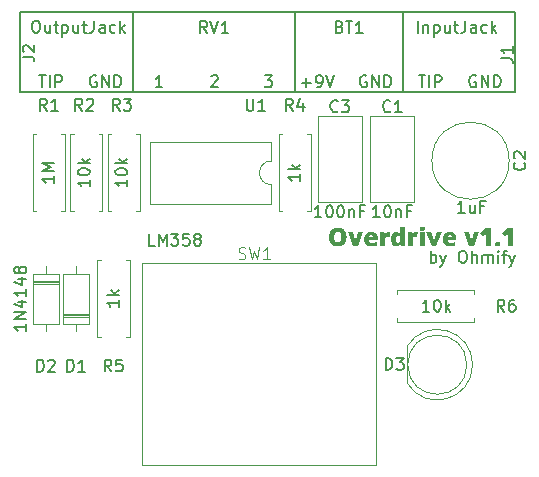
<source format=gbr>
%TF.GenerationSoftware,KiCad,Pcbnew,7.0.10+1*%
%TF.CreationDate,2024-02-10T16:35:24+08:00*%
%TF.ProjectId,ohmify-overdrive,6f686d69-6679-42d6-9f76-657264726976,v1.1*%
%TF.SameCoordinates,Original*%
%TF.FileFunction,Legend,Top*%
%TF.FilePolarity,Positive*%
%FSLAX46Y46*%
G04 Gerber Fmt 4.6, Leading zero omitted, Abs format (unit mm)*
G04 Created by KiCad (PCBNEW 7.0.10+1) date 2024-02-10 16:35:24*
%MOMM*%
%LPD*%
G01*
G04 APERTURE LIST*
%ADD10C,0.150000*%
%ADD11C,0.200000*%
%ADD12C,0.100000*%
%ADD13C,0.120000*%
G04 APERTURE END LIST*
D10*
X169164000Y-101600000D02*
X169164000Y-108331000D01*
X136779000Y-101600000D02*
X136779000Y-108331000D01*
X178689000Y-101600000D02*
X136779000Y-101600000D01*
X160020000Y-101600000D02*
X160020000Y-108331000D01*
X146304000Y-101600000D02*
X146304000Y-108331000D01*
X136779000Y-108331000D02*
X178689000Y-108331000D01*
X178689000Y-108331000D02*
X178689000Y-101600000D01*
D11*
G36*
X163681447Y-119860043D02*
G01*
X163697424Y-119860327D01*
X163713212Y-119860802D01*
X163728809Y-119861466D01*
X163744217Y-119862320D01*
X163759435Y-119863363D01*
X163774463Y-119864597D01*
X163789302Y-119866020D01*
X163818409Y-119869435D01*
X163846758Y-119873610D01*
X163874348Y-119878543D01*
X163901179Y-119884236D01*
X163927251Y-119890687D01*
X163952564Y-119897897D01*
X163977117Y-119905867D01*
X164000912Y-119914595D01*
X164023948Y-119924083D01*
X164046225Y-119934329D01*
X164067743Y-119945334D01*
X164088502Y-119957099D01*
X164108584Y-119969551D01*
X164127981Y-119982620D01*
X164146691Y-119996305D01*
X164164715Y-120010606D01*
X164182053Y-120025524D01*
X164198704Y-120041059D01*
X164214669Y-120057210D01*
X164229948Y-120073978D01*
X164244540Y-120091362D01*
X164258446Y-120109363D01*
X164271666Y-120127980D01*
X164284200Y-120147213D01*
X164296047Y-120167063D01*
X164307208Y-120187530D01*
X164317682Y-120208613D01*
X164327471Y-120230313D01*
X164336666Y-120252558D01*
X164345268Y-120275277D01*
X164353277Y-120298469D01*
X164360692Y-120322136D01*
X164367514Y-120346277D01*
X164373743Y-120370892D01*
X164379379Y-120395981D01*
X164384421Y-120421544D01*
X164388871Y-120447581D01*
X164392727Y-120474092D01*
X164395990Y-120501077D01*
X164398659Y-120528536D01*
X164400735Y-120556469D01*
X164402218Y-120584876D01*
X164403108Y-120613757D01*
X164403405Y-120643112D01*
X164403238Y-120665130D01*
X164402736Y-120686889D01*
X164401900Y-120708389D01*
X164400730Y-120729631D01*
X164399225Y-120750614D01*
X164397385Y-120771338D01*
X164395212Y-120791803D01*
X164392703Y-120812009D01*
X164389861Y-120831957D01*
X164386684Y-120851645D01*
X164383172Y-120871075D01*
X164379327Y-120890246D01*
X164375146Y-120909159D01*
X164370632Y-120927812D01*
X164365782Y-120946207D01*
X164360599Y-120964343D01*
X164355110Y-120982195D01*
X164349252Y-120999739D01*
X164343024Y-121016975D01*
X164336428Y-121033902D01*
X164329461Y-121050522D01*
X164322126Y-121066833D01*
X164314421Y-121082836D01*
X164306347Y-121098530D01*
X164297904Y-121113916D01*
X164289091Y-121128995D01*
X164279909Y-121143764D01*
X164270357Y-121158226D01*
X164260437Y-121172379D01*
X164250147Y-121186224D01*
X164239487Y-121199761D01*
X164228459Y-121212990D01*
X164217094Y-121225827D01*
X164205334Y-121238284D01*
X164193179Y-121250359D01*
X164180628Y-121262054D01*
X164167681Y-121273367D01*
X164154339Y-121284300D01*
X164140602Y-121294852D01*
X164126469Y-121305023D01*
X164111940Y-121314812D01*
X164097016Y-121324221D01*
X164081697Y-121333249D01*
X164065982Y-121341896D01*
X164049872Y-121350162D01*
X164033366Y-121358047D01*
X164016464Y-121365552D01*
X163999167Y-121372675D01*
X163981497Y-121379391D01*
X163963381Y-121385674D01*
X163944821Y-121391523D01*
X163925816Y-121396939D01*
X163906365Y-121401922D01*
X163886470Y-121406472D01*
X163866130Y-121410588D01*
X163845345Y-121414271D01*
X163824115Y-121417521D01*
X163802440Y-121420337D01*
X163780320Y-121422720D01*
X163757756Y-121424670D01*
X163734746Y-121426187D01*
X163711291Y-121427270D01*
X163687392Y-121427920D01*
X163663047Y-121428136D01*
X163639244Y-121427920D01*
X163615850Y-121427270D01*
X163592867Y-121426187D01*
X163570293Y-121424670D01*
X163548130Y-121422720D01*
X163526376Y-121420337D01*
X163505033Y-121417521D01*
X163484100Y-121414271D01*
X163463576Y-121410588D01*
X163443463Y-121406472D01*
X163423760Y-121401922D01*
X163404466Y-121396939D01*
X163385583Y-121391523D01*
X163367110Y-121385674D01*
X163349047Y-121379391D01*
X163331394Y-121372675D01*
X163314136Y-121365552D01*
X163297259Y-121358047D01*
X163280764Y-121350162D01*
X163264649Y-121341896D01*
X163248915Y-121333249D01*
X163233562Y-121324221D01*
X163218590Y-121314812D01*
X163203999Y-121305023D01*
X163189789Y-121294852D01*
X163175960Y-121284300D01*
X163162512Y-121273367D01*
X163149445Y-121262054D01*
X163136759Y-121250359D01*
X163124454Y-121238284D01*
X163112529Y-121225827D01*
X163100986Y-121212990D01*
X163089816Y-121199761D01*
X163079013Y-121186224D01*
X163068576Y-121172379D01*
X163058506Y-121158226D01*
X163048801Y-121143764D01*
X163039464Y-121128995D01*
X163030493Y-121113916D01*
X163021888Y-121098530D01*
X163013649Y-121082836D01*
X163005777Y-121066833D01*
X162998272Y-121050522D01*
X162991133Y-121033902D01*
X162984360Y-121016975D01*
X162977953Y-120999739D01*
X162971914Y-120982195D01*
X162966240Y-120964343D01*
X162960966Y-120946198D01*
X162956033Y-120927777D01*
X162951440Y-120909080D01*
X162947187Y-120890107D01*
X162943274Y-120870857D01*
X162939701Y-120851331D01*
X162936469Y-120831529D01*
X162933577Y-120811451D01*
X162931025Y-120791096D01*
X162928814Y-120770465D01*
X162926942Y-120749558D01*
X162925411Y-120728375D01*
X162924221Y-120706915D01*
X162923370Y-120685179D01*
X162922860Y-120663167D01*
X162922707Y-120643112D01*
X163355961Y-120643112D01*
X163356081Y-120660042D01*
X163356443Y-120676682D01*
X163357047Y-120693031D01*
X163357892Y-120709089D01*
X163358978Y-120724856D01*
X163360305Y-120740332D01*
X163361874Y-120755518D01*
X163363684Y-120770413D01*
X163366852Y-120792210D01*
X163370563Y-120813353D01*
X163374817Y-120833841D01*
X163379615Y-120853675D01*
X163384955Y-120872855D01*
X163386855Y-120879103D01*
X163392975Y-120897265D01*
X163399750Y-120914623D01*
X163407178Y-120931176D01*
X163415261Y-120946924D01*
X163423998Y-120961867D01*
X163433390Y-120976005D01*
X163443435Y-120989339D01*
X163454135Y-121001868D01*
X163465490Y-121013592D01*
X163477498Y-121024511D01*
X163485868Y-121031343D01*
X163499063Y-121040856D01*
X163512965Y-121049433D01*
X163527573Y-121057074D01*
X163542888Y-121063779D01*
X163558910Y-121069549D01*
X163575638Y-121074383D01*
X163593073Y-121078282D01*
X163611215Y-121081245D01*
X163630063Y-121083272D01*
X163649618Y-121084364D01*
X163663047Y-121084572D01*
X163683858Y-121084104D01*
X163703858Y-121082700D01*
X163723047Y-121080361D01*
X163741424Y-121077086D01*
X163758990Y-121072876D01*
X163775744Y-121067730D01*
X163791688Y-121061648D01*
X163806820Y-121054631D01*
X163821140Y-121046678D01*
X163834649Y-121037789D01*
X163843205Y-121031343D01*
X163855507Y-121020961D01*
X163867148Y-121009773D01*
X163878128Y-120997781D01*
X163888448Y-120984984D01*
X163898106Y-120971382D01*
X163907104Y-120956975D01*
X163915441Y-120941764D01*
X163923117Y-120925747D01*
X163930132Y-120908926D01*
X163936487Y-120891301D01*
X163940356Y-120879103D01*
X163945744Y-120860141D01*
X163950602Y-120840525D01*
X163954930Y-120820255D01*
X163958729Y-120799330D01*
X163961997Y-120777751D01*
X163964735Y-120755518D01*
X163966266Y-120740332D01*
X163967562Y-120724856D01*
X163968622Y-120709089D01*
X163969446Y-120693031D01*
X163970035Y-120676682D01*
X163970388Y-120660042D01*
X163970506Y-120643112D01*
X163970238Y-120617584D01*
X163969436Y-120592739D01*
X163968098Y-120568578D01*
X163966225Y-120545100D01*
X163963818Y-120522305D01*
X163960875Y-120500194D01*
X163957397Y-120478766D01*
X163953384Y-120458022D01*
X163948835Y-120437961D01*
X163943752Y-120418584D01*
X163938134Y-120399889D01*
X163931981Y-120381879D01*
X163925292Y-120364551D01*
X163918069Y-120347907D01*
X163910310Y-120331947D01*
X163902016Y-120316669D01*
X163893109Y-120302200D01*
X163883417Y-120288665D01*
X163872939Y-120276063D01*
X163861676Y-120264395D01*
X163849628Y-120253660D01*
X163836795Y-120243858D01*
X163823177Y-120234990D01*
X163808774Y-120227056D01*
X163793585Y-120220055D01*
X163777611Y-120213987D01*
X163760853Y-120208853D01*
X163743308Y-120204652D01*
X163724979Y-120201385D01*
X163705865Y-120199052D01*
X163685965Y-120197651D01*
X163665281Y-120197185D01*
X163644855Y-120197662D01*
X163625176Y-120199095D01*
X163606243Y-120201483D01*
X163588055Y-120204827D01*
X163570614Y-120209126D01*
X163553918Y-120214380D01*
X163537968Y-120220589D01*
X163522765Y-120227754D01*
X163508307Y-120235874D01*
X163494595Y-120244949D01*
X163485868Y-120251530D01*
X163473423Y-120262115D01*
X163461632Y-120273492D01*
X163450496Y-120285661D01*
X163440014Y-120298622D01*
X163430186Y-120312374D01*
X163421013Y-120326919D01*
X163412494Y-120342254D01*
X163404629Y-120358382D01*
X163397419Y-120375301D01*
X163390863Y-120393012D01*
X163386855Y-120405259D01*
X163381334Y-120424174D01*
X163376356Y-120443789D01*
X163371921Y-120464104D01*
X163368029Y-120485119D01*
X163364680Y-120506834D01*
X163362749Y-120521700D01*
X163361060Y-120536877D01*
X163359611Y-120552365D01*
X163358405Y-120568164D01*
X163357439Y-120584275D01*
X163356715Y-120600696D01*
X163356232Y-120617429D01*
X163355991Y-120634473D01*
X163355961Y-120643112D01*
X162922707Y-120643112D01*
X162922690Y-120640878D01*
X162922998Y-120611523D01*
X162923923Y-120582642D01*
X162925464Y-120554235D01*
X162927622Y-120526302D01*
X162930396Y-120498843D01*
X162933787Y-120471858D01*
X162937794Y-120445348D01*
X162942418Y-120419311D01*
X162947658Y-120393748D01*
X162953514Y-120368659D01*
X162959988Y-120344044D01*
X162967077Y-120319903D01*
X162974784Y-120296236D01*
X162983106Y-120273043D01*
X162992046Y-120250324D01*
X163001601Y-120228079D01*
X163011798Y-120206384D01*
X163022661Y-120185314D01*
X163034190Y-120164869D01*
X163046385Y-120145050D01*
X163059246Y-120125855D01*
X163072772Y-120107286D01*
X163086965Y-120089342D01*
X163101823Y-120072024D01*
X163117348Y-120055330D01*
X163133538Y-120039262D01*
X163150394Y-120023819D01*
X163167917Y-120009001D01*
X163186105Y-119994809D01*
X163204959Y-119981241D01*
X163224479Y-119968299D01*
X163244665Y-119955982D01*
X163265588Y-119944353D01*
X163287227Y-119933474D01*
X163309581Y-119923345D01*
X163332650Y-119913967D01*
X163356435Y-119905339D01*
X163380935Y-119897461D01*
X163406150Y-119890334D01*
X163432081Y-119883956D01*
X163458727Y-119878329D01*
X163486089Y-119873453D01*
X163514166Y-119869326D01*
X163542958Y-119865950D01*
X163572465Y-119863324D01*
X163587488Y-119862292D01*
X163602688Y-119861448D01*
X163618068Y-119860792D01*
X163633627Y-119860323D01*
X163649364Y-119860042D01*
X163665281Y-119859948D01*
X163681447Y-119860043D01*
G37*
G36*
X164964350Y-121406920D02*
G01*
X164514328Y-120226963D01*
X164939038Y-120226963D01*
X165139296Y-120924887D01*
X165143246Y-120940273D01*
X165145624Y-120951687D01*
X165148921Y-120967390D01*
X165151852Y-120982889D01*
X165154185Y-120996354D01*
X165156540Y-121011599D01*
X165158024Y-121026627D01*
X165158647Y-121042905D01*
X165158652Y-121044371D01*
X165164980Y-121044371D01*
X165165331Y-121028381D01*
X165166387Y-121012655D01*
X165167957Y-120998587D01*
X165170480Y-120983417D01*
X165173734Y-120967871D01*
X165176519Y-120956898D01*
X165180763Y-120941601D01*
X165184335Y-120926748D01*
X165393526Y-120226963D01*
X165817864Y-120226963D01*
X165367843Y-121406920D01*
X164964350Y-121406920D01*
G37*
G36*
X166510762Y-120205980D02*
G01*
X166531788Y-120206682D01*
X166552439Y-120207853D01*
X166572715Y-120209491D01*
X166592616Y-120211598D01*
X166612142Y-120214173D01*
X166631293Y-120217217D01*
X166650069Y-120220728D01*
X166668469Y-120224708D01*
X166686494Y-120229155D01*
X166704145Y-120234071D01*
X166721420Y-120239456D01*
X166738320Y-120245308D01*
X166754844Y-120251629D01*
X166770994Y-120258417D01*
X166786769Y-120265674D01*
X166802175Y-120273353D01*
X166817128Y-120281500D01*
X166831628Y-120290115D01*
X166845673Y-120299198D01*
X166859266Y-120308749D01*
X166872404Y-120318769D01*
X166885089Y-120329257D01*
X166897320Y-120340213D01*
X166909097Y-120351637D01*
X166920421Y-120363529D01*
X166931291Y-120375890D01*
X166941708Y-120388718D01*
X166951671Y-120402015D01*
X166961180Y-120415780D01*
X166970235Y-120430014D01*
X166978837Y-120444715D01*
X166986996Y-120459892D01*
X166994628Y-120475552D01*
X167001734Y-120491694D01*
X167008313Y-120508319D01*
X167014366Y-120525427D01*
X167019893Y-120543018D01*
X167024893Y-120561091D01*
X167029367Y-120579647D01*
X167033315Y-120598686D01*
X167036736Y-120618207D01*
X167039631Y-120638212D01*
X167041999Y-120658699D01*
X167043842Y-120679668D01*
X167045158Y-120701121D01*
X167045947Y-120723056D01*
X167046210Y-120745474D01*
X167046210Y-120926748D01*
X166318508Y-120926748D01*
X166319812Y-120943705D01*
X166322190Y-120960100D01*
X166325640Y-120975932D01*
X166330164Y-120991201D01*
X166335760Y-121005908D01*
X166342430Y-121020052D01*
X166350172Y-121033633D01*
X166358988Y-121046651D01*
X166368877Y-121059107D01*
X166379838Y-121071000D01*
X166387742Y-121078616D01*
X166400473Y-121089259D01*
X166414237Y-121098856D01*
X166429035Y-121107405D01*
X166444867Y-121114908D01*
X166461733Y-121121364D01*
X166479633Y-121126773D01*
X166498566Y-121131135D01*
X166518533Y-121134450D01*
X166539534Y-121136718D01*
X166561569Y-121137940D01*
X166576833Y-121138172D01*
X166597461Y-121137986D01*
X166617749Y-121137426D01*
X166637696Y-121136494D01*
X166657304Y-121135189D01*
X166676571Y-121133510D01*
X166695498Y-121131459D01*
X166714084Y-121129035D01*
X166732331Y-121126238D01*
X166750237Y-121123068D01*
X166767803Y-121119525D01*
X166779324Y-121116955D01*
X166796615Y-121112685D01*
X166814011Y-121107970D01*
X166831511Y-121102809D01*
X166849117Y-121097204D01*
X166866826Y-121091154D01*
X166884641Y-121084659D01*
X166902560Y-121077719D01*
X166920584Y-121070334D01*
X166938713Y-121062504D01*
X166956946Y-121054229D01*
X166969159Y-121048466D01*
X166969159Y-121340663D01*
X166953033Y-121348899D01*
X166936619Y-121356716D01*
X166919917Y-121364113D01*
X166902926Y-121371093D01*
X166885648Y-121377653D01*
X166868083Y-121383795D01*
X166850229Y-121389518D01*
X166832087Y-121394822D01*
X166813658Y-121399708D01*
X166794940Y-121404174D01*
X166782302Y-121406920D01*
X166762860Y-121410711D01*
X166742503Y-121414130D01*
X166721229Y-121417176D01*
X166699040Y-121419849D01*
X166683738Y-121421423D01*
X166668029Y-121422832D01*
X166651912Y-121424075D01*
X166635389Y-121425153D01*
X166618458Y-121426064D01*
X166601121Y-121426810D01*
X166583376Y-121427390D01*
X166565224Y-121427805D01*
X166546665Y-121428054D01*
X166527699Y-121428136D01*
X166505427Y-121427891D01*
X166483463Y-121427153D01*
X166461807Y-121425925D01*
X166440459Y-121424205D01*
X166419419Y-121421993D01*
X166398688Y-121419290D01*
X166378265Y-121416096D01*
X166358150Y-121412410D01*
X166338344Y-121408232D01*
X166318846Y-121403564D01*
X166299656Y-121398403D01*
X166280774Y-121392752D01*
X166262200Y-121386608D01*
X166243935Y-121379974D01*
X166225978Y-121372848D01*
X166208329Y-121365230D01*
X166191109Y-121357088D01*
X166174346Y-121348387D01*
X166158040Y-121339128D01*
X166142189Y-121329310D01*
X166126796Y-121318935D01*
X166111859Y-121308000D01*
X166097378Y-121296508D01*
X166083354Y-121284457D01*
X166069787Y-121271848D01*
X166056676Y-121258680D01*
X166044022Y-121244955D01*
X166031824Y-121230670D01*
X166020083Y-121215828D01*
X166008799Y-121200427D01*
X165997971Y-121184468D01*
X165987599Y-121167950D01*
X165977818Y-121150861D01*
X165968668Y-121133188D01*
X165960149Y-121114930D01*
X165952261Y-121096087D01*
X165945004Y-121076660D01*
X165938378Y-121056649D01*
X165932383Y-121036053D01*
X165927019Y-121014872D01*
X165922287Y-120993107D01*
X165918185Y-120970758D01*
X165914714Y-120947824D01*
X165911874Y-120924305D01*
X165909666Y-120900202D01*
X165908088Y-120875514D01*
X165907142Y-120850242D01*
X165906826Y-120824386D01*
X165907113Y-120798024D01*
X165907972Y-120772262D01*
X165909404Y-120747099D01*
X165911409Y-120722535D01*
X165913987Y-120698570D01*
X165917138Y-120675204D01*
X165917882Y-120670656D01*
X166327069Y-120670656D01*
X166676962Y-120670656D01*
X166676462Y-120654313D01*
X166674963Y-120638552D01*
X166672464Y-120623372D01*
X166668965Y-120608774D01*
X166663447Y-120592024D01*
X166656490Y-120576111D01*
X166648311Y-120561040D01*
X166638849Y-120547095D01*
X166628106Y-120534275D01*
X166616080Y-120522580D01*
X166602771Y-120512011D01*
X166598050Y-120508738D01*
X166583071Y-120500010D01*
X166566888Y-120493087D01*
X166552482Y-120488698D01*
X166537240Y-120485562D01*
X166521163Y-120483681D01*
X166504249Y-120483054D01*
X166486487Y-120483758D01*
X166469492Y-120485869D01*
X166453266Y-120489388D01*
X166437807Y-120494314D01*
X166423115Y-120500648D01*
X166409192Y-120508389D01*
X166396036Y-120517538D01*
X166383648Y-120528094D01*
X166372260Y-120540092D01*
X166362105Y-120553754D01*
X166353183Y-120569079D01*
X166345495Y-120586068D01*
X166339039Y-120604720D01*
X166335006Y-120619801D01*
X166331667Y-120635817D01*
X166329021Y-120652769D01*
X166327069Y-120670656D01*
X165917882Y-120670656D01*
X165920862Y-120652438D01*
X165925158Y-120630270D01*
X165930028Y-120608701D01*
X165935470Y-120587731D01*
X165941485Y-120567361D01*
X165948073Y-120547589D01*
X165955234Y-120528416D01*
X165962968Y-120509843D01*
X165971275Y-120491869D01*
X165980155Y-120474493D01*
X165989591Y-120457694D01*
X165999476Y-120441446D01*
X166009808Y-120425752D01*
X166020588Y-120410610D01*
X166031816Y-120396020D01*
X166043491Y-120381983D01*
X166055615Y-120368499D01*
X166068186Y-120355567D01*
X166081205Y-120343187D01*
X166094672Y-120331361D01*
X166108587Y-120320086D01*
X166122950Y-120309364D01*
X166137760Y-120299195D01*
X166153019Y-120289578D01*
X166168725Y-120280514D01*
X166184879Y-120272002D01*
X166201466Y-120263979D01*
X166218379Y-120256473D01*
X166235618Y-120249485D01*
X166253183Y-120243015D01*
X166271073Y-120237062D01*
X166289288Y-120231627D01*
X166307830Y-120226710D01*
X166326697Y-120222310D01*
X166345890Y-120218428D01*
X166365409Y-120215063D01*
X166385253Y-120212216D01*
X166405423Y-120209887D01*
X166425919Y-120208075D01*
X166446740Y-120206781D01*
X166467887Y-120206005D01*
X166489360Y-120205746D01*
X166510762Y-120205980D01*
G37*
G36*
X167988315Y-120205746D02*
G01*
X168003386Y-120205960D01*
X168018635Y-120206601D01*
X168034062Y-120207670D01*
X168049668Y-120209166D01*
X168058665Y-120210213D01*
X168073553Y-120212004D01*
X168088343Y-120214051D01*
X168103494Y-120216610D01*
X168111894Y-120218402D01*
X168075788Y-120602539D01*
X168059846Y-120599724D01*
X168043444Y-120597165D01*
X168027129Y-120594862D01*
X168023304Y-120594350D01*
X168006321Y-120592396D01*
X167988942Y-120591144D01*
X167972174Y-120590411D01*
X167956882Y-120590040D01*
X167940390Y-120589888D01*
X167936947Y-120589883D01*
X167919907Y-120590239D01*
X167904875Y-120591112D01*
X167889451Y-120592508D01*
X167873634Y-120594427D01*
X167857425Y-120596870D01*
X167854685Y-120597328D01*
X167838498Y-120600682D01*
X167822598Y-120605162D01*
X167806987Y-120610767D01*
X167791663Y-120617498D01*
X167776627Y-120625354D01*
X167771679Y-120628223D01*
X167757406Y-120637841D01*
X167744181Y-120649108D01*
X167732002Y-120662024D01*
X167722653Y-120674047D01*
X167714030Y-120687215D01*
X167707656Y-120698573D01*
X167700579Y-120714066D01*
X167694701Y-120731230D01*
X167690862Y-120746166D01*
X167687791Y-120762172D01*
X167685488Y-120779247D01*
X167683953Y-120797393D01*
X167683185Y-120816610D01*
X167683089Y-120826619D01*
X167683089Y-121406920D01*
X167275502Y-121406920D01*
X167275502Y-120226963D01*
X167578494Y-120226963D01*
X167642516Y-120414937D01*
X167661872Y-120414937D01*
X167670172Y-120400664D01*
X167679064Y-120386694D01*
X167688550Y-120373027D01*
X167698630Y-120359661D01*
X167709302Y-120346599D01*
X167720568Y-120333838D01*
X167732427Y-120321380D01*
X167744879Y-120309225D01*
X167757901Y-120297540D01*
X167771283Y-120286496D01*
X167785027Y-120276091D01*
X167799131Y-120266326D01*
X167813595Y-120257200D01*
X167828420Y-120248715D01*
X167843606Y-120240869D01*
X167859152Y-120233663D01*
X167874931Y-120227120D01*
X167890815Y-120221449D01*
X167906803Y-120216651D01*
X167922896Y-120212725D01*
X167939093Y-120209672D01*
X167955396Y-120207491D01*
X167971803Y-120206182D01*
X167988315Y-120205746D01*
G37*
G36*
X169323117Y-121406920D02*
G01*
X169016031Y-121406920D01*
X168928558Y-121257657D01*
X168913669Y-121257657D01*
X168904581Y-121272104D01*
X168894766Y-121286134D01*
X168884225Y-121299745D01*
X168872956Y-121312938D01*
X168860961Y-121325714D01*
X168848238Y-121338071D01*
X168842946Y-121342897D01*
X168829258Y-121354514D01*
X168814716Y-121365405D01*
X168799320Y-121375568D01*
X168786388Y-121383176D01*
X168772909Y-121390318D01*
X168758884Y-121396994D01*
X168744312Y-121403206D01*
X168740583Y-121404686D01*
X168725357Y-121410182D01*
X168709456Y-121414946D01*
X168692880Y-121418976D01*
X168675630Y-121422274D01*
X168657705Y-121424839D01*
X168639105Y-121426671D01*
X168619831Y-121427770D01*
X168604932Y-121428113D01*
X168599882Y-121428136D01*
X168577468Y-121427529D01*
X168555546Y-121425705D01*
X168534116Y-121422666D01*
X168513177Y-121418412D01*
X168492729Y-121412942D01*
X168472773Y-121406256D01*
X168453308Y-121398355D01*
X168434334Y-121389239D01*
X168415853Y-121378907D01*
X168397862Y-121367359D01*
X168380363Y-121354596D01*
X168363356Y-121340617D01*
X168346839Y-121325422D01*
X168330815Y-121309012D01*
X168315282Y-121291387D01*
X168300240Y-121272546D01*
X168285906Y-121252494D01*
X168272497Y-121231328D01*
X168260013Y-121209048D01*
X168248454Y-121185654D01*
X168237819Y-121161147D01*
X168228110Y-121135526D01*
X168219324Y-121108791D01*
X168211464Y-121080942D01*
X168204528Y-121051980D01*
X168201407Y-121037081D01*
X168198518Y-121021904D01*
X168195859Y-121006448D01*
X168193431Y-120990714D01*
X168191235Y-120974701D01*
X168189270Y-120958410D01*
X168187536Y-120941841D01*
X168186033Y-120924993D01*
X168184762Y-120907866D01*
X168183722Y-120890462D01*
X168182912Y-120872778D01*
X168182334Y-120854817D01*
X168181988Y-120836576D01*
X168181912Y-120824386D01*
X168593554Y-120824386D01*
X168593742Y-120842498D01*
X168594304Y-120859986D01*
X168595242Y-120876848D01*
X168596555Y-120893085D01*
X168598243Y-120908696D01*
X168600307Y-120923683D01*
X168604105Y-120944990D01*
X168608747Y-120964891D01*
X168614233Y-120983385D01*
X168620564Y-121000472D01*
X168627738Y-121016152D01*
X168635757Y-121030426D01*
X168641571Y-121039160D01*
X168650826Y-121051134D01*
X168663950Y-121065267D01*
X168677970Y-121077306D01*
X168692885Y-121087251D01*
X168708696Y-121095103D01*
X168725403Y-121100861D01*
X168743005Y-121104525D01*
X168761503Y-121106095D01*
X168766267Y-121106161D01*
X168784185Y-121105618D01*
X168801089Y-121103989D01*
X168816979Y-121101273D01*
X168831854Y-121097472D01*
X168850111Y-121090713D01*
X168866565Y-121082024D01*
X168881215Y-121071404D01*
X168894063Y-121058853D01*
X168905107Y-121044371D01*
X168914651Y-121027801D01*
X168921023Y-121014023D01*
X168926721Y-120999086D01*
X168931745Y-120982991D01*
X168936095Y-120965739D01*
X168939771Y-120947328D01*
X168942773Y-120927758D01*
X168945102Y-120907031D01*
X168946756Y-120885146D01*
X168947484Y-120869912D01*
X168947913Y-120854164D01*
X168947913Y-120822152D01*
X168947758Y-120805094D01*
X168947291Y-120788536D01*
X168946513Y-120772478D01*
X168945424Y-120756920D01*
X168944024Y-120741862D01*
X168941340Y-120720213D01*
X168937956Y-120699690D01*
X168933872Y-120680292D01*
X168929088Y-120662019D01*
X168923604Y-120644872D01*
X168917420Y-120628851D01*
X168910536Y-120613954D01*
X168908085Y-120609239D01*
X168900098Y-120595868D01*
X168890934Y-120583813D01*
X168880591Y-120573072D01*
X168864969Y-120560798D01*
X168851879Y-120553126D01*
X168837611Y-120546769D01*
X168822165Y-120541728D01*
X168805541Y-120538002D01*
X168787740Y-120535591D01*
X168768761Y-120534495D01*
X168762173Y-120534422D01*
X168744410Y-120535521D01*
X168727416Y-120538818D01*
X168711189Y-120544315D01*
X168695730Y-120552009D01*
X168681039Y-120561902D01*
X168667115Y-120573994D01*
X168653959Y-120588284D01*
X168644596Y-120600444D01*
X168641571Y-120604772D01*
X168632990Y-120618657D01*
X168625253Y-120633928D01*
X168618360Y-120650587D01*
X168612311Y-120668632D01*
X168607106Y-120688065D01*
X168602745Y-120708885D01*
X168599228Y-120731092D01*
X168597352Y-120746667D01*
X168595852Y-120762859D01*
X168594726Y-120779668D01*
X168593976Y-120797092D01*
X168593601Y-120815134D01*
X168593554Y-120824386D01*
X168181912Y-120824386D01*
X168181872Y-120818058D01*
X168181989Y-120799266D01*
X168182342Y-120780764D01*
X168182929Y-120762552D01*
X168183751Y-120744630D01*
X168184807Y-120726999D01*
X168186099Y-120709657D01*
X168187625Y-120692606D01*
X168189386Y-120675844D01*
X168191382Y-120659373D01*
X168193613Y-120643192D01*
X168196079Y-120627300D01*
X168198779Y-120611699D01*
X168201715Y-120596388D01*
X168204885Y-120581367D01*
X168208290Y-120566636D01*
X168211929Y-120552195D01*
X168219913Y-120524184D01*
X168228837Y-120497333D01*
X168238699Y-120471642D01*
X168249501Y-120447111D01*
X168261242Y-120423741D01*
X168273922Y-120401531D01*
X168287542Y-120380481D01*
X168302101Y-120360592D01*
X168317455Y-120341841D01*
X168333368Y-120324300D01*
X168349839Y-120307968D01*
X168366868Y-120292847D01*
X168384456Y-120278935D01*
X168402602Y-120266233D01*
X168421307Y-120254740D01*
X168440569Y-120244457D01*
X168460390Y-120235384D01*
X168480770Y-120227521D01*
X168501707Y-120220868D01*
X168523203Y-120215424D01*
X168545258Y-120211190D01*
X168567871Y-120208165D01*
X168591042Y-120206351D01*
X168614771Y-120205746D01*
X168634167Y-120206095D01*
X168652901Y-120207142D01*
X168670971Y-120208887D01*
X168688379Y-120211329D01*
X168705123Y-120214470D01*
X168721204Y-120218309D01*
X168736623Y-120222845D01*
X168751378Y-120228079D01*
X168765563Y-120233930D01*
X168779272Y-120240316D01*
X168792503Y-120247237D01*
X168808372Y-120256641D01*
X168823495Y-120266881D01*
X168837874Y-120277957D01*
X168851507Y-120289869D01*
X168864566Y-120302435D01*
X168876988Y-120315474D01*
X168888775Y-120328985D01*
X168899925Y-120342969D01*
X168910440Y-120357426D01*
X168920318Y-120372355D01*
X168924091Y-120378459D01*
X168932652Y-120378459D01*
X168930059Y-120363664D01*
X168927629Y-120347198D01*
X168925362Y-120329059D01*
X168923667Y-120313344D01*
X168922076Y-120296559D01*
X168920590Y-120278704D01*
X168919209Y-120259778D01*
X168918880Y-120254880D01*
X168917658Y-120235216D01*
X168916600Y-120215680D01*
X168915704Y-120196272D01*
X168914971Y-120176991D01*
X168914401Y-120157839D01*
X168913994Y-120138815D01*
X168913750Y-120119919D01*
X168913669Y-120101150D01*
X168913669Y-119785503D01*
X169323117Y-119785503D01*
X169323117Y-121406920D01*
G37*
G36*
X170316961Y-120205746D02*
G01*
X170332032Y-120205960D01*
X170347281Y-120206601D01*
X170362709Y-120207670D01*
X170378314Y-120209166D01*
X170387312Y-120210213D01*
X170402200Y-120212004D01*
X170416990Y-120214051D01*
X170432141Y-120216610D01*
X170440540Y-120218402D01*
X170404434Y-120602539D01*
X170388492Y-120599724D01*
X170372091Y-120597165D01*
X170355776Y-120594862D01*
X170351950Y-120594350D01*
X170334967Y-120592396D01*
X170317588Y-120591144D01*
X170300821Y-120590411D01*
X170285528Y-120590040D01*
X170269036Y-120589888D01*
X170265594Y-120589883D01*
X170248553Y-120590239D01*
X170233522Y-120591112D01*
X170218098Y-120592508D01*
X170202281Y-120594427D01*
X170186072Y-120596870D01*
X170183332Y-120597328D01*
X170167144Y-120600682D01*
X170151245Y-120605162D01*
X170135633Y-120610767D01*
X170120309Y-120617498D01*
X170105273Y-120625354D01*
X170100325Y-120628223D01*
X170086053Y-120637841D01*
X170072827Y-120649108D01*
X170060648Y-120662024D01*
X170051299Y-120674047D01*
X170042677Y-120687215D01*
X170036303Y-120698573D01*
X170029225Y-120714066D01*
X170023347Y-120731230D01*
X170019509Y-120746166D01*
X170016438Y-120762172D01*
X170014135Y-120779247D01*
X170012599Y-120797393D01*
X170011832Y-120816610D01*
X170011736Y-120826619D01*
X170011736Y-121406920D01*
X169604148Y-121406920D01*
X169604148Y-120226963D01*
X169907140Y-120226963D01*
X169971163Y-120414937D01*
X169990519Y-120414937D01*
X169998818Y-120400664D01*
X170007711Y-120386694D01*
X170017197Y-120373027D01*
X170027276Y-120359661D01*
X170037948Y-120346599D01*
X170049214Y-120333838D01*
X170061073Y-120321380D01*
X170073525Y-120309225D01*
X170086547Y-120297540D01*
X170099930Y-120286496D01*
X170113673Y-120276091D01*
X170127777Y-120266326D01*
X170142242Y-120257200D01*
X170157067Y-120248715D01*
X170172252Y-120240869D01*
X170187799Y-120233663D01*
X170203577Y-120227120D01*
X170219461Y-120221449D01*
X170235449Y-120216651D01*
X170251542Y-120212725D01*
X170267740Y-120209672D01*
X170284042Y-120207491D01*
X170300449Y-120206182D01*
X170316961Y-120205746D01*
G37*
G36*
X171014513Y-120226963D02*
G01*
X171014513Y-121406920D01*
X170606925Y-121406920D01*
X170606925Y-120226963D01*
X171014513Y-120226963D01*
G37*
G36*
X170811649Y-119751258D02*
G01*
X170827854Y-119751578D01*
X170843667Y-119752540D01*
X170859086Y-119754143D01*
X170874114Y-119756388D01*
X170888748Y-119759273D01*
X170907650Y-119764118D01*
X170925855Y-119770102D01*
X170943361Y-119777227D01*
X170960169Y-119785492D01*
X170964262Y-119787736D01*
X170979529Y-119797897D01*
X170992761Y-119810325D01*
X171003957Y-119825023D01*
X171013117Y-119841988D01*
X171018651Y-119856200D01*
X171023040Y-119871689D01*
X171026285Y-119888453D01*
X171028384Y-119906494D01*
X171029338Y-119925810D01*
X171029402Y-119932532D01*
X171028829Y-119951555D01*
X171027112Y-119969400D01*
X171024249Y-119986067D01*
X171020241Y-120001557D01*
X171015089Y-120015868D01*
X171006437Y-120033119D01*
X170995751Y-120048275D01*
X170983028Y-120061338D01*
X170968270Y-120072307D01*
X170964262Y-120074722D01*
X170947628Y-120083446D01*
X170930297Y-120091007D01*
X170912267Y-120097405D01*
X170893539Y-120102639D01*
X170874114Y-120106710D01*
X170859086Y-120109001D01*
X170843667Y-120110636D01*
X170827854Y-120111618D01*
X170811649Y-120111945D01*
X170795128Y-120111618D01*
X170779065Y-120110636D01*
X170763460Y-120109001D01*
X170748313Y-120106710D01*
X170733624Y-120103766D01*
X170714751Y-120098822D01*
X170696692Y-120092716D01*
X170679447Y-120085446D01*
X170663017Y-120077012D01*
X170659037Y-120074722D01*
X170644293Y-120064277D01*
X170631515Y-120051737D01*
X170620703Y-120037104D01*
X170611857Y-120020377D01*
X170606513Y-120006458D01*
X170602274Y-119991361D01*
X170599141Y-119975086D01*
X170597113Y-119957634D01*
X170596192Y-119939004D01*
X170596131Y-119932532D01*
X170596683Y-119912790D01*
X170598342Y-119894325D01*
X170601107Y-119877135D01*
X170604977Y-119861222D01*
X170609953Y-119846584D01*
X170618307Y-119829051D01*
X170628628Y-119813787D01*
X170640914Y-119800791D01*
X170655167Y-119790063D01*
X170659037Y-119787736D01*
X170675263Y-119779186D01*
X170692304Y-119771777D01*
X170710160Y-119765507D01*
X170728829Y-119760377D01*
X170748313Y-119756388D01*
X170763460Y-119754143D01*
X170779065Y-119752540D01*
X170795128Y-119751578D01*
X170811649Y-119751258D01*
G37*
G36*
X171606352Y-121406920D02*
G01*
X171156331Y-120226963D01*
X171581041Y-120226963D01*
X171781298Y-120924887D01*
X171785249Y-120940273D01*
X171787626Y-120951687D01*
X171790924Y-120967390D01*
X171793855Y-120982889D01*
X171796187Y-120996354D01*
X171798543Y-121011599D01*
X171800026Y-121026627D01*
X171800650Y-121042905D01*
X171800654Y-121044371D01*
X171806982Y-121044371D01*
X171807334Y-121028381D01*
X171808390Y-121012655D01*
X171809960Y-120998587D01*
X171812483Y-120983417D01*
X171815737Y-120967871D01*
X171818521Y-120956898D01*
X171822765Y-120941601D01*
X171826338Y-120926748D01*
X172035529Y-120226963D01*
X172459867Y-120226963D01*
X172009845Y-121406920D01*
X171606352Y-121406920D01*
G37*
G36*
X173152764Y-120205980D02*
G01*
X173173790Y-120206682D01*
X173194442Y-120207853D01*
X173214718Y-120209491D01*
X173234619Y-120211598D01*
X173254145Y-120214173D01*
X173273296Y-120217217D01*
X173292071Y-120220728D01*
X173310472Y-120224708D01*
X173328497Y-120229155D01*
X173346147Y-120234071D01*
X173363422Y-120239456D01*
X173380322Y-120245308D01*
X173396847Y-120251629D01*
X173412997Y-120258417D01*
X173428771Y-120265674D01*
X173444178Y-120273353D01*
X173459131Y-120281500D01*
X173473630Y-120290115D01*
X173487676Y-120299198D01*
X173501268Y-120308749D01*
X173514406Y-120318769D01*
X173527091Y-120329257D01*
X173539322Y-120340213D01*
X173551100Y-120351637D01*
X173562424Y-120363529D01*
X173573294Y-120375890D01*
X173583710Y-120388718D01*
X173593673Y-120402015D01*
X173603182Y-120415780D01*
X173612238Y-120430014D01*
X173620840Y-120444715D01*
X173628998Y-120459892D01*
X173636630Y-120475552D01*
X173643736Y-120491694D01*
X173650315Y-120508319D01*
X173656369Y-120525427D01*
X173661895Y-120543018D01*
X173666896Y-120561091D01*
X173671370Y-120579647D01*
X173675317Y-120598686D01*
X173678738Y-120618207D01*
X173681633Y-120638212D01*
X173684002Y-120658699D01*
X173685844Y-120679668D01*
X173687160Y-120701121D01*
X173687950Y-120723056D01*
X173688213Y-120745474D01*
X173688213Y-120926748D01*
X172960511Y-120926748D01*
X172961815Y-120943705D01*
X172964192Y-120960100D01*
X172967643Y-120975932D01*
X172972166Y-120991201D01*
X172977763Y-121005908D01*
X172984432Y-121020052D01*
X172992175Y-121033633D01*
X173000990Y-121046651D01*
X173010879Y-121059107D01*
X173021841Y-121071000D01*
X173029745Y-121078616D01*
X173042475Y-121089259D01*
X173056240Y-121098856D01*
X173071038Y-121107405D01*
X173086870Y-121114908D01*
X173103736Y-121121364D01*
X173121635Y-121126773D01*
X173140569Y-121131135D01*
X173160536Y-121134450D01*
X173181537Y-121136718D01*
X173203571Y-121137940D01*
X173218836Y-121138172D01*
X173239464Y-121137986D01*
X173259751Y-121137426D01*
X173279699Y-121136494D01*
X173299306Y-121135189D01*
X173318573Y-121133510D01*
X173337500Y-121131459D01*
X173356087Y-121129035D01*
X173374333Y-121126238D01*
X173392239Y-121123068D01*
X173409805Y-121119525D01*
X173421327Y-121116955D01*
X173438618Y-121112685D01*
X173456013Y-121107970D01*
X173473514Y-121102809D01*
X173491119Y-121097204D01*
X173508829Y-121091154D01*
X173526643Y-121084659D01*
X173544563Y-121077719D01*
X173562586Y-121070334D01*
X173580715Y-121062504D01*
X173598948Y-121054229D01*
X173611162Y-121048466D01*
X173611162Y-121340663D01*
X173595036Y-121348899D01*
X173578621Y-121356716D01*
X173561919Y-121364113D01*
X173544929Y-121371093D01*
X173527651Y-121377653D01*
X173510085Y-121383795D01*
X173492231Y-121389518D01*
X173474090Y-121394822D01*
X173455660Y-121399708D01*
X173436943Y-121404174D01*
X173424304Y-121406920D01*
X173404863Y-121410711D01*
X173384505Y-121414130D01*
X173363232Y-121417176D01*
X173341042Y-121419849D01*
X173325740Y-121421423D01*
X173310031Y-121422832D01*
X173293915Y-121424075D01*
X173277391Y-121425153D01*
X173260461Y-121426064D01*
X173243123Y-121426810D01*
X173225379Y-121427390D01*
X173207227Y-121427805D01*
X173188668Y-121428054D01*
X173169702Y-121428136D01*
X173147429Y-121427891D01*
X173125465Y-121427153D01*
X173103809Y-121425925D01*
X173082461Y-121424205D01*
X173061422Y-121421993D01*
X173040691Y-121419290D01*
X173020268Y-121416096D01*
X173000153Y-121412410D01*
X172980346Y-121408232D01*
X172960848Y-121403564D01*
X172941658Y-121398403D01*
X172922776Y-121392752D01*
X172904203Y-121386608D01*
X172885938Y-121379974D01*
X172867981Y-121372848D01*
X172850332Y-121365230D01*
X172833112Y-121357088D01*
X172816349Y-121348387D01*
X172800042Y-121339128D01*
X172784192Y-121329310D01*
X172768798Y-121318935D01*
X172753861Y-121308000D01*
X172739381Y-121296508D01*
X172725357Y-121284457D01*
X172711790Y-121271848D01*
X172698679Y-121258680D01*
X172686025Y-121244955D01*
X172673827Y-121230670D01*
X172662086Y-121215828D01*
X172650801Y-121200427D01*
X172639973Y-121184468D01*
X172629602Y-121167950D01*
X172619821Y-121150861D01*
X172610671Y-121133188D01*
X172602152Y-121114930D01*
X172594264Y-121096087D01*
X172587007Y-121076660D01*
X172580381Y-121056649D01*
X172574386Y-121036053D01*
X172569022Y-121014872D01*
X172564289Y-120993107D01*
X172560187Y-120970758D01*
X172556717Y-120947824D01*
X172553877Y-120924305D01*
X172551668Y-120900202D01*
X172550091Y-120875514D01*
X172549144Y-120850242D01*
X172548829Y-120824386D01*
X172549115Y-120798024D01*
X172549974Y-120772262D01*
X172551407Y-120747099D01*
X172553412Y-120722535D01*
X172555990Y-120698570D01*
X172559140Y-120675204D01*
X172559884Y-120670656D01*
X172969072Y-120670656D01*
X173318964Y-120670656D01*
X173318465Y-120654313D01*
X173316965Y-120638552D01*
X173314466Y-120623372D01*
X173310967Y-120608774D01*
X173305449Y-120592024D01*
X173298492Y-120576111D01*
X173290313Y-120561040D01*
X173280852Y-120547095D01*
X173270108Y-120534275D01*
X173258082Y-120522580D01*
X173244774Y-120512011D01*
X173240053Y-120508738D01*
X173225073Y-120500010D01*
X173208890Y-120493087D01*
X173194485Y-120488698D01*
X173179243Y-120485562D01*
X173163165Y-120483681D01*
X173146252Y-120483054D01*
X173128489Y-120483758D01*
X173111495Y-120485869D01*
X173095268Y-120489388D01*
X173079809Y-120494314D01*
X173065118Y-120500648D01*
X173051194Y-120508389D01*
X173038038Y-120517538D01*
X173025650Y-120528094D01*
X173014263Y-120540092D01*
X173004108Y-120553754D01*
X172995186Y-120569079D01*
X172987497Y-120586068D01*
X172981041Y-120604720D01*
X172977009Y-120619801D01*
X172973670Y-120635817D01*
X172971024Y-120652769D01*
X172969072Y-120670656D01*
X172559884Y-120670656D01*
X172562864Y-120652438D01*
X172567161Y-120630270D01*
X172572030Y-120608701D01*
X172577473Y-120587731D01*
X172583488Y-120567361D01*
X172590076Y-120547589D01*
X172597237Y-120528416D01*
X172604971Y-120509843D01*
X172613278Y-120491869D01*
X172622157Y-120474493D01*
X172631594Y-120457694D01*
X172641478Y-120441446D01*
X172651810Y-120425752D01*
X172662590Y-120410610D01*
X172673818Y-120396020D01*
X172685494Y-120381983D01*
X172697617Y-120368499D01*
X172710189Y-120355567D01*
X172723208Y-120343187D01*
X172736675Y-120331361D01*
X172750590Y-120320086D01*
X172764952Y-120309364D01*
X172779763Y-120299195D01*
X172795021Y-120289578D01*
X172810728Y-120280514D01*
X172826882Y-120272002D01*
X172843469Y-120263979D01*
X172860382Y-120256473D01*
X172877621Y-120249485D01*
X172895185Y-120243015D01*
X172913075Y-120237062D01*
X172931291Y-120231627D01*
X172949832Y-120226710D01*
X172968700Y-120222310D01*
X172987893Y-120218428D01*
X173007411Y-120215063D01*
X173027256Y-120212216D01*
X173047426Y-120209887D01*
X173067921Y-120208075D01*
X173088743Y-120206781D01*
X173109890Y-120206005D01*
X173131363Y-120205746D01*
X173152764Y-120205980D01*
G37*
G36*
X174780696Y-121406920D02*
G01*
X174330675Y-120226963D01*
X174755385Y-120226963D01*
X174955643Y-120924887D01*
X174959593Y-120940273D01*
X174961970Y-120951687D01*
X174965268Y-120967390D01*
X174968199Y-120982889D01*
X174970532Y-120996354D01*
X174972887Y-121011599D01*
X174974370Y-121026627D01*
X174974994Y-121042905D01*
X174974998Y-121044371D01*
X174981326Y-121044371D01*
X174981678Y-121028381D01*
X174982734Y-121012655D01*
X174984304Y-120998587D01*
X174986827Y-120983417D01*
X174990081Y-120967871D01*
X174992865Y-120956898D01*
X174997109Y-120941601D01*
X175000682Y-120926748D01*
X175209873Y-120226963D01*
X175634211Y-120226963D01*
X175184189Y-121406920D01*
X174780696Y-121406920D01*
G37*
G36*
X176615027Y-121406920D02*
G01*
X176196644Y-121406920D01*
X176196644Y-120653906D01*
X176196644Y-120637105D01*
X176196644Y-120621408D01*
X176196644Y-120605373D01*
X176196644Y-120590191D01*
X176196644Y-120576855D01*
X176196699Y-120559215D01*
X176196863Y-120540956D01*
X176197072Y-120525904D01*
X176197351Y-120510457D01*
X176197700Y-120494614D01*
X176198119Y-120478375D01*
X176198607Y-120461741D01*
X176198878Y-120453276D01*
X176199430Y-120436392D01*
X176199971Y-120419985D01*
X176200500Y-120404055D01*
X176201018Y-120388602D01*
X176201524Y-120373626D01*
X176202140Y-120355576D01*
X176202738Y-120338271D01*
X176202972Y-120331558D01*
X176192826Y-120343262D01*
X176181452Y-120356155D01*
X176170577Y-120368228D01*
X176160200Y-120379483D01*
X176153094Y-120387020D01*
X176141857Y-120398489D01*
X176130481Y-120409447D01*
X176118966Y-120419892D01*
X176107310Y-120429826D01*
X175934225Y-120572761D01*
X175720939Y-120310341D01*
X176243545Y-119883398D01*
X176615027Y-119883398D01*
X176615027Y-121406920D01*
G37*
G36*
X176972364Y-121234207D02*
G01*
X176972933Y-121213991D01*
X176974641Y-121194940D01*
X176977487Y-121177053D01*
X176981472Y-121160331D01*
X176986595Y-121144774D01*
X176992856Y-121130382D01*
X177000257Y-121117154D01*
X177011894Y-121101328D01*
X177025556Y-121087573D01*
X177037131Y-121078616D01*
X177053835Y-121068060D01*
X177071376Y-121058911D01*
X177085081Y-121052974D01*
X177099258Y-121047827D01*
X177113906Y-121043473D01*
X177129024Y-121039910D01*
X177144614Y-121037139D01*
X177160675Y-121035160D01*
X177177207Y-121033973D01*
X177194210Y-121033577D01*
X177210396Y-121033973D01*
X177226149Y-121035160D01*
X177241471Y-121037139D01*
X177256361Y-121039910D01*
X177270818Y-121043473D01*
X177289424Y-121049455D01*
X177307262Y-121056844D01*
X177324332Y-121065641D01*
X177340634Y-121075845D01*
X177344590Y-121078616D01*
X177359333Y-121090818D01*
X177372111Y-121105091D01*
X177382923Y-121121434D01*
X177389742Y-121135050D01*
X177395455Y-121149830D01*
X177400063Y-121165776D01*
X177403564Y-121182886D01*
X177405960Y-121201161D01*
X177407250Y-121220600D01*
X177407496Y-121234207D01*
X177406943Y-121253311D01*
X177405284Y-121271402D01*
X177402520Y-121288478D01*
X177398650Y-121304540D01*
X177393674Y-121319588D01*
X177387592Y-121333621D01*
X177377763Y-121350756D01*
X177365968Y-121366087D01*
X177352207Y-121379615D01*
X177344590Y-121385703D01*
X177328479Y-121396695D01*
X177311601Y-121406222D01*
X177293955Y-121414283D01*
X177275542Y-121420878D01*
X177256361Y-121426008D01*
X177241471Y-121428893D01*
X177226149Y-121430954D01*
X177210396Y-121432191D01*
X177194210Y-121432603D01*
X177177207Y-121432191D01*
X177160675Y-121430954D01*
X177144614Y-121428893D01*
X177129024Y-121426008D01*
X177113906Y-121422298D01*
X177099258Y-121417763D01*
X177085081Y-121412405D01*
X177071376Y-121406222D01*
X177058141Y-121399214D01*
X177045378Y-121391382D01*
X177037131Y-121385703D01*
X177021951Y-121373076D01*
X177008795Y-121358646D01*
X176997663Y-121342414D01*
X176990643Y-121329056D01*
X176984761Y-121314684D01*
X176980017Y-121299299D01*
X176976412Y-121282898D01*
X176973945Y-121265484D01*
X176972617Y-121247056D01*
X176972364Y-121234207D01*
G37*
G36*
X178480624Y-121406920D02*
G01*
X178062242Y-121406920D01*
X178062242Y-120653906D01*
X178062242Y-120637105D01*
X178062242Y-120621408D01*
X178062242Y-120605373D01*
X178062242Y-120590191D01*
X178062242Y-120576855D01*
X178062296Y-120559215D01*
X178062460Y-120540956D01*
X178062669Y-120525904D01*
X178062948Y-120510457D01*
X178063297Y-120494614D01*
X178063716Y-120478375D01*
X178064205Y-120461741D01*
X178064475Y-120453276D01*
X178065028Y-120436392D01*
X178065568Y-120419985D01*
X178066098Y-120404055D01*
X178066615Y-120388602D01*
X178067121Y-120373626D01*
X178067737Y-120355576D01*
X178068335Y-120338271D01*
X178068569Y-120331558D01*
X178058423Y-120343262D01*
X178047049Y-120356155D01*
X178036174Y-120368228D01*
X178025798Y-120379483D01*
X178018691Y-120387020D01*
X178007455Y-120398489D01*
X177996078Y-120409447D01*
X177984563Y-120419892D01*
X177972907Y-120429826D01*
X177799822Y-120572761D01*
X177586537Y-120310341D01*
X178109142Y-119883398D01*
X178480624Y-119883398D01*
X178480624Y-121406920D01*
G37*
D10*
X166087588Y-106994438D02*
X165992350Y-106946819D01*
X165992350Y-106946819D02*
X165849493Y-106946819D01*
X165849493Y-106946819D02*
X165706636Y-106994438D01*
X165706636Y-106994438D02*
X165611398Y-107089676D01*
X165611398Y-107089676D02*
X165563779Y-107184914D01*
X165563779Y-107184914D02*
X165516160Y-107375390D01*
X165516160Y-107375390D02*
X165516160Y-107518247D01*
X165516160Y-107518247D02*
X165563779Y-107708723D01*
X165563779Y-107708723D02*
X165611398Y-107803961D01*
X165611398Y-107803961D02*
X165706636Y-107899200D01*
X165706636Y-107899200D02*
X165849493Y-107946819D01*
X165849493Y-107946819D02*
X165944731Y-107946819D01*
X165944731Y-107946819D02*
X166087588Y-107899200D01*
X166087588Y-107899200D02*
X166135207Y-107851580D01*
X166135207Y-107851580D02*
X166135207Y-107518247D01*
X166135207Y-107518247D02*
X165944731Y-107518247D01*
X166563779Y-107946819D02*
X166563779Y-106946819D01*
X166563779Y-106946819D02*
X167135207Y-107946819D01*
X167135207Y-107946819D02*
X167135207Y-106946819D01*
X167611398Y-107946819D02*
X167611398Y-106946819D01*
X167611398Y-106946819D02*
X167849493Y-106946819D01*
X167849493Y-106946819D02*
X167992350Y-106994438D01*
X167992350Y-106994438D02*
X168087588Y-107089676D01*
X168087588Y-107089676D02*
X168135207Y-107184914D01*
X168135207Y-107184914D02*
X168182826Y-107375390D01*
X168182826Y-107375390D02*
X168182826Y-107518247D01*
X168182826Y-107518247D02*
X168135207Y-107708723D01*
X168135207Y-107708723D02*
X168087588Y-107803961D01*
X168087588Y-107803961D02*
X167992350Y-107899200D01*
X167992350Y-107899200D02*
X167849493Y-107946819D01*
X167849493Y-107946819D02*
X167611398Y-107946819D01*
X175358588Y-106994438D02*
X175263350Y-106946819D01*
X175263350Y-106946819D02*
X175120493Y-106946819D01*
X175120493Y-106946819D02*
X174977636Y-106994438D01*
X174977636Y-106994438D02*
X174882398Y-107089676D01*
X174882398Y-107089676D02*
X174834779Y-107184914D01*
X174834779Y-107184914D02*
X174787160Y-107375390D01*
X174787160Y-107375390D02*
X174787160Y-107518247D01*
X174787160Y-107518247D02*
X174834779Y-107708723D01*
X174834779Y-107708723D02*
X174882398Y-107803961D01*
X174882398Y-107803961D02*
X174977636Y-107899200D01*
X174977636Y-107899200D02*
X175120493Y-107946819D01*
X175120493Y-107946819D02*
X175215731Y-107946819D01*
X175215731Y-107946819D02*
X175358588Y-107899200D01*
X175358588Y-107899200D02*
X175406207Y-107851580D01*
X175406207Y-107851580D02*
X175406207Y-107518247D01*
X175406207Y-107518247D02*
X175215731Y-107518247D01*
X175834779Y-107946819D02*
X175834779Y-106946819D01*
X175834779Y-106946819D02*
X176406207Y-107946819D01*
X176406207Y-107946819D02*
X176406207Y-106946819D01*
X176882398Y-107946819D02*
X176882398Y-106946819D01*
X176882398Y-106946819D02*
X177120493Y-106946819D01*
X177120493Y-106946819D02*
X177263350Y-106994438D01*
X177263350Y-106994438D02*
X177358588Y-107089676D01*
X177358588Y-107089676D02*
X177406207Y-107184914D01*
X177406207Y-107184914D02*
X177453826Y-107375390D01*
X177453826Y-107375390D02*
X177453826Y-107518247D01*
X177453826Y-107518247D02*
X177406207Y-107708723D01*
X177406207Y-107708723D02*
X177358588Y-107803961D01*
X177358588Y-107803961D02*
X177263350Y-107899200D01*
X177263350Y-107899200D02*
X177120493Y-107946819D01*
X177120493Y-107946819D02*
X176882398Y-107946819D01*
X157467541Y-106946819D02*
X158086588Y-106946819D01*
X158086588Y-106946819D02*
X157753255Y-107327771D01*
X157753255Y-107327771D02*
X157896112Y-107327771D01*
X157896112Y-107327771D02*
X157991350Y-107375390D01*
X157991350Y-107375390D02*
X158038969Y-107423009D01*
X158038969Y-107423009D02*
X158086588Y-107518247D01*
X158086588Y-107518247D02*
X158086588Y-107756342D01*
X158086588Y-107756342D02*
X158038969Y-107851580D01*
X158038969Y-107851580D02*
X157991350Y-107899200D01*
X157991350Y-107899200D02*
X157896112Y-107946819D01*
X157896112Y-107946819D02*
X157610398Y-107946819D01*
X157610398Y-107946819D02*
X157515160Y-107899200D01*
X157515160Y-107899200D02*
X157467541Y-107851580D01*
X170500922Y-106946819D02*
X171072350Y-106946819D01*
X170786636Y-107946819D02*
X170786636Y-106946819D01*
X171405684Y-107946819D02*
X171405684Y-106946819D01*
X171881874Y-107946819D02*
X171881874Y-106946819D01*
X171881874Y-106946819D02*
X172262826Y-106946819D01*
X172262826Y-106946819D02*
X172358064Y-106994438D01*
X172358064Y-106994438D02*
X172405683Y-107042057D01*
X172405683Y-107042057D02*
X172453302Y-107137295D01*
X172453302Y-107137295D02*
X172453302Y-107280152D01*
X172453302Y-107280152D02*
X172405683Y-107375390D01*
X172405683Y-107375390D02*
X172358064Y-107423009D01*
X172358064Y-107423009D02*
X172262826Y-107470628D01*
X172262826Y-107470628D02*
X171881874Y-107470628D01*
X148815588Y-107946819D02*
X148244160Y-107946819D01*
X148529874Y-107946819D02*
X148529874Y-106946819D01*
X148529874Y-106946819D02*
X148434636Y-107089676D01*
X148434636Y-107089676D02*
X148339398Y-107184914D01*
X148339398Y-107184914D02*
X148244160Y-107232533D01*
X143227588Y-106994438D02*
X143132350Y-106946819D01*
X143132350Y-106946819D02*
X142989493Y-106946819D01*
X142989493Y-106946819D02*
X142846636Y-106994438D01*
X142846636Y-106994438D02*
X142751398Y-107089676D01*
X142751398Y-107089676D02*
X142703779Y-107184914D01*
X142703779Y-107184914D02*
X142656160Y-107375390D01*
X142656160Y-107375390D02*
X142656160Y-107518247D01*
X142656160Y-107518247D02*
X142703779Y-107708723D01*
X142703779Y-107708723D02*
X142751398Y-107803961D01*
X142751398Y-107803961D02*
X142846636Y-107899200D01*
X142846636Y-107899200D02*
X142989493Y-107946819D01*
X142989493Y-107946819D02*
X143084731Y-107946819D01*
X143084731Y-107946819D02*
X143227588Y-107899200D01*
X143227588Y-107899200D02*
X143275207Y-107851580D01*
X143275207Y-107851580D02*
X143275207Y-107518247D01*
X143275207Y-107518247D02*
X143084731Y-107518247D01*
X143703779Y-107946819D02*
X143703779Y-106946819D01*
X143703779Y-106946819D02*
X144275207Y-107946819D01*
X144275207Y-107946819D02*
X144275207Y-106946819D01*
X144751398Y-107946819D02*
X144751398Y-106946819D01*
X144751398Y-106946819D02*
X144989493Y-106946819D01*
X144989493Y-106946819D02*
X145132350Y-106994438D01*
X145132350Y-106994438D02*
X145227588Y-107089676D01*
X145227588Y-107089676D02*
X145275207Y-107184914D01*
X145275207Y-107184914D02*
X145322826Y-107375390D01*
X145322826Y-107375390D02*
X145322826Y-107518247D01*
X145322826Y-107518247D02*
X145275207Y-107708723D01*
X145275207Y-107708723D02*
X145227588Y-107803961D01*
X145227588Y-107803961D02*
X145132350Y-107899200D01*
X145132350Y-107899200D02*
X144989493Y-107946819D01*
X144989493Y-107946819D02*
X144751398Y-107946819D01*
X152943160Y-107042057D02*
X152990779Y-106994438D01*
X152990779Y-106994438D02*
X153086017Y-106946819D01*
X153086017Y-106946819D02*
X153324112Y-106946819D01*
X153324112Y-106946819D02*
X153419350Y-106994438D01*
X153419350Y-106994438D02*
X153466969Y-107042057D01*
X153466969Y-107042057D02*
X153514588Y-107137295D01*
X153514588Y-107137295D02*
X153514588Y-107232533D01*
X153514588Y-107232533D02*
X153466969Y-107375390D01*
X153466969Y-107375390D02*
X152895541Y-107946819D01*
X152895541Y-107946819D02*
X153514588Y-107946819D01*
X171532779Y-122805819D02*
X171532779Y-121805819D01*
X171532779Y-122186771D02*
X171628017Y-122139152D01*
X171628017Y-122139152D02*
X171818493Y-122139152D01*
X171818493Y-122139152D02*
X171913731Y-122186771D01*
X171913731Y-122186771D02*
X171961350Y-122234390D01*
X171961350Y-122234390D02*
X172008969Y-122329628D01*
X172008969Y-122329628D02*
X172008969Y-122615342D01*
X172008969Y-122615342D02*
X171961350Y-122710580D01*
X171961350Y-122710580D02*
X171913731Y-122758200D01*
X171913731Y-122758200D02*
X171818493Y-122805819D01*
X171818493Y-122805819D02*
X171628017Y-122805819D01*
X171628017Y-122805819D02*
X171532779Y-122758200D01*
X172342303Y-122139152D02*
X172580398Y-122805819D01*
X172818493Y-122139152D02*
X172580398Y-122805819D01*
X172580398Y-122805819D02*
X172485160Y-123043914D01*
X172485160Y-123043914D02*
X172437541Y-123091533D01*
X172437541Y-123091533D02*
X172342303Y-123139152D01*
X174151827Y-121805819D02*
X174342303Y-121805819D01*
X174342303Y-121805819D02*
X174437541Y-121853438D01*
X174437541Y-121853438D02*
X174532779Y-121948676D01*
X174532779Y-121948676D02*
X174580398Y-122139152D01*
X174580398Y-122139152D02*
X174580398Y-122472485D01*
X174580398Y-122472485D02*
X174532779Y-122662961D01*
X174532779Y-122662961D02*
X174437541Y-122758200D01*
X174437541Y-122758200D02*
X174342303Y-122805819D01*
X174342303Y-122805819D02*
X174151827Y-122805819D01*
X174151827Y-122805819D02*
X174056589Y-122758200D01*
X174056589Y-122758200D02*
X173961351Y-122662961D01*
X173961351Y-122662961D02*
X173913732Y-122472485D01*
X173913732Y-122472485D02*
X173913732Y-122139152D01*
X173913732Y-122139152D02*
X173961351Y-121948676D01*
X173961351Y-121948676D02*
X174056589Y-121853438D01*
X174056589Y-121853438D02*
X174151827Y-121805819D01*
X175008970Y-122805819D02*
X175008970Y-121805819D01*
X175437541Y-122805819D02*
X175437541Y-122282009D01*
X175437541Y-122282009D02*
X175389922Y-122186771D01*
X175389922Y-122186771D02*
X175294684Y-122139152D01*
X175294684Y-122139152D02*
X175151827Y-122139152D01*
X175151827Y-122139152D02*
X175056589Y-122186771D01*
X175056589Y-122186771D02*
X175008970Y-122234390D01*
X175913732Y-122805819D02*
X175913732Y-122139152D01*
X175913732Y-122234390D02*
X175961351Y-122186771D01*
X175961351Y-122186771D02*
X176056589Y-122139152D01*
X176056589Y-122139152D02*
X176199446Y-122139152D01*
X176199446Y-122139152D02*
X176294684Y-122186771D01*
X176294684Y-122186771D02*
X176342303Y-122282009D01*
X176342303Y-122282009D02*
X176342303Y-122805819D01*
X176342303Y-122282009D02*
X176389922Y-122186771D01*
X176389922Y-122186771D02*
X176485160Y-122139152D01*
X176485160Y-122139152D02*
X176628017Y-122139152D01*
X176628017Y-122139152D02*
X176723256Y-122186771D01*
X176723256Y-122186771D02*
X176770875Y-122282009D01*
X176770875Y-122282009D02*
X176770875Y-122805819D01*
X177247065Y-122805819D02*
X177247065Y-122139152D01*
X177247065Y-121805819D02*
X177199446Y-121853438D01*
X177199446Y-121853438D02*
X177247065Y-121901057D01*
X177247065Y-121901057D02*
X177294684Y-121853438D01*
X177294684Y-121853438D02*
X177247065Y-121805819D01*
X177247065Y-121805819D02*
X177247065Y-121901057D01*
X177580398Y-122139152D02*
X177961350Y-122139152D01*
X177723255Y-122805819D02*
X177723255Y-121948676D01*
X177723255Y-121948676D02*
X177770874Y-121853438D01*
X177770874Y-121853438D02*
X177866112Y-121805819D01*
X177866112Y-121805819D02*
X177961350Y-121805819D01*
X178199446Y-122139152D02*
X178437541Y-122805819D01*
X178675636Y-122139152D02*
X178437541Y-122805819D01*
X178437541Y-122805819D02*
X178342303Y-123043914D01*
X178342303Y-123043914D02*
X178294684Y-123091533D01*
X178294684Y-123091533D02*
X178199446Y-123139152D01*
X138369922Y-106946819D02*
X138941350Y-106946819D01*
X138655636Y-107946819D02*
X138655636Y-106946819D01*
X139274684Y-107946819D02*
X139274684Y-106946819D01*
X139750874Y-107946819D02*
X139750874Y-106946819D01*
X139750874Y-106946819D02*
X140131826Y-106946819D01*
X140131826Y-106946819D02*
X140227064Y-106994438D01*
X140227064Y-106994438D02*
X140274683Y-107042057D01*
X140274683Y-107042057D02*
X140322302Y-107137295D01*
X140322302Y-107137295D02*
X140322302Y-107280152D01*
X140322302Y-107280152D02*
X140274683Y-107375390D01*
X140274683Y-107375390D02*
X140227064Y-107423009D01*
X140227064Y-107423009D02*
X140131826Y-107470628D01*
X140131826Y-107470628D02*
X139750874Y-107470628D01*
X160610779Y-107565866D02*
X161372684Y-107565866D01*
X160991731Y-107946819D02*
X160991731Y-107184914D01*
X161896493Y-107946819D02*
X162086969Y-107946819D01*
X162086969Y-107946819D02*
X162182207Y-107899200D01*
X162182207Y-107899200D02*
X162229826Y-107851580D01*
X162229826Y-107851580D02*
X162325064Y-107708723D01*
X162325064Y-107708723D02*
X162372683Y-107518247D01*
X162372683Y-107518247D02*
X162372683Y-107137295D01*
X162372683Y-107137295D02*
X162325064Y-107042057D01*
X162325064Y-107042057D02*
X162277445Y-106994438D01*
X162277445Y-106994438D02*
X162182207Y-106946819D01*
X162182207Y-106946819D02*
X161991731Y-106946819D01*
X161991731Y-106946819D02*
X161896493Y-106994438D01*
X161896493Y-106994438D02*
X161848874Y-107042057D01*
X161848874Y-107042057D02*
X161801255Y-107137295D01*
X161801255Y-107137295D02*
X161801255Y-107375390D01*
X161801255Y-107375390D02*
X161848874Y-107470628D01*
X161848874Y-107470628D02*
X161896493Y-107518247D01*
X161896493Y-107518247D02*
X161991731Y-107565866D01*
X161991731Y-107565866D02*
X162182207Y-107565866D01*
X162182207Y-107565866D02*
X162277445Y-107518247D01*
X162277445Y-107518247D02*
X162325064Y-107470628D01*
X162325064Y-107470628D02*
X162372683Y-107375390D01*
X162658398Y-106946819D02*
X162991731Y-107946819D01*
X162991731Y-107946819D02*
X163325064Y-106946819D01*
X155946095Y-108938819D02*
X155946095Y-109748342D01*
X155946095Y-109748342D02*
X155993714Y-109843580D01*
X155993714Y-109843580D02*
X156041333Y-109891200D01*
X156041333Y-109891200D02*
X156136571Y-109938819D01*
X156136571Y-109938819D02*
X156327047Y-109938819D01*
X156327047Y-109938819D02*
X156422285Y-109891200D01*
X156422285Y-109891200D02*
X156469904Y-109843580D01*
X156469904Y-109843580D02*
X156517523Y-109748342D01*
X156517523Y-109748342D02*
X156517523Y-108938819D01*
X157517523Y-109938819D02*
X156946095Y-109938819D01*
X157231809Y-109938819D02*
X157231809Y-108938819D01*
X157231809Y-108938819D02*
X157136571Y-109081676D01*
X157136571Y-109081676D02*
X157041333Y-109176914D01*
X157041333Y-109176914D02*
X156946095Y-109224533D01*
X148169523Y-121358819D02*
X147693333Y-121358819D01*
X147693333Y-121358819D02*
X147693333Y-120358819D01*
X148502857Y-121358819D02*
X148502857Y-120358819D01*
X148502857Y-120358819D02*
X148836190Y-121073104D01*
X148836190Y-121073104D02*
X149169523Y-120358819D01*
X149169523Y-120358819D02*
X149169523Y-121358819D01*
X149550476Y-120358819D02*
X150169523Y-120358819D01*
X150169523Y-120358819D02*
X149836190Y-120739771D01*
X149836190Y-120739771D02*
X149979047Y-120739771D01*
X149979047Y-120739771D02*
X150074285Y-120787390D01*
X150074285Y-120787390D02*
X150121904Y-120835009D01*
X150121904Y-120835009D02*
X150169523Y-120930247D01*
X150169523Y-120930247D02*
X150169523Y-121168342D01*
X150169523Y-121168342D02*
X150121904Y-121263580D01*
X150121904Y-121263580D02*
X150074285Y-121311200D01*
X150074285Y-121311200D02*
X149979047Y-121358819D01*
X149979047Y-121358819D02*
X149693333Y-121358819D01*
X149693333Y-121358819D02*
X149598095Y-121311200D01*
X149598095Y-121311200D02*
X149550476Y-121263580D01*
X151074285Y-120358819D02*
X150598095Y-120358819D01*
X150598095Y-120358819D02*
X150550476Y-120835009D01*
X150550476Y-120835009D02*
X150598095Y-120787390D01*
X150598095Y-120787390D02*
X150693333Y-120739771D01*
X150693333Y-120739771D02*
X150931428Y-120739771D01*
X150931428Y-120739771D02*
X151026666Y-120787390D01*
X151026666Y-120787390D02*
X151074285Y-120835009D01*
X151074285Y-120835009D02*
X151121904Y-120930247D01*
X151121904Y-120930247D02*
X151121904Y-121168342D01*
X151121904Y-121168342D02*
X151074285Y-121263580D01*
X151074285Y-121263580D02*
X151026666Y-121311200D01*
X151026666Y-121311200D02*
X150931428Y-121358819D01*
X150931428Y-121358819D02*
X150693333Y-121358819D01*
X150693333Y-121358819D02*
X150598095Y-121311200D01*
X150598095Y-121311200D02*
X150550476Y-121263580D01*
X151693333Y-120787390D02*
X151598095Y-120739771D01*
X151598095Y-120739771D02*
X151550476Y-120692152D01*
X151550476Y-120692152D02*
X151502857Y-120596914D01*
X151502857Y-120596914D02*
X151502857Y-120549295D01*
X151502857Y-120549295D02*
X151550476Y-120454057D01*
X151550476Y-120454057D02*
X151598095Y-120406438D01*
X151598095Y-120406438D02*
X151693333Y-120358819D01*
X151693333Y-120358819D02*
X151883809Y-120358819D01*
X151883809Y-120358819D02*
X151979047Y-120406438D01*
X151979047Y-120406438D02*
X152026666Y-120454057D01*
X152026666Y-120454057D02*
X152074285Y-120549295D01*
X152074285Y-120549295D02*
X152074285Y-120596914D01*
X152074285Y-120596914D02*
X152026666Y-120692152D01*
X152026666Y-120692152D02*
X151979047Y-120739771D01*
X151979047Y-120739771D02*
X151883809Y-120787390D01*
X151883809Y-120787390D02*
X151693333Y-120787390D01*
X151693333Y-120787390D02*
X151598095Y-120835009D01*
X151598095Y-120835009D02*
X151550476Y-120882628D01*
X151550476Y-120882628D02*
X151502857Y-120977866D01*
X151502857Y-120977866D02*
X151502857Y-121168342D01*
X151502857Y-121168342D02*
X151550476Y-121263580D01*
X151550476Y-121263580D02*
X151598095Y-121311200D01*
X151598095Y-121311200D02*
X151693333Y-121358819D01*
X151693333Y-121358819D02*
X151883809Y-121358819D01*
X151883809Y-121358819D02*
X151979047Y-121311200D01*
X151979047Y-121311200D02*
X152026666Y-121263580D01*
X152026666Y-121263580D02*
X152074285Y-121168342D01*
X152074285Y-121168342D02*
X152074285Y-120977866D01*
X152074285Y-120977866D02*
X152026666Y-120882628D01*
X152026666Y-120882628D02*
X151979047Y-120835009D01*
X151979047Y-120835009D02*
X151883809Y-120787390D01*
X163663333Y-109960580D02*
X163615714Y-110008200D01*
X163615714Y-110008200D02*
X163472857Y-110055819D01*
X163472857Y-110055819D02*
X163377619Y-110055819D01*
X163377619Y-110055819D02*
X163234762Y-110008200D01*
X163234762Y-110008200D02*
X163139524Y-109912961D01*
X163139524Y-109912961D02*
X163091905Y-109817723D01*
X163091905Y-109817723D02*
X163044286Y-109627247D01*
X163044286Y-109627247D02*
X163044286Y-109484390D01*
X163044286Y-109484390D02*
X163091905Y-109293914D01*
X163091905Y-109293914D02*
X163139524Y-109198676D01*
X163139524Y-109198676D02*
X163234762Y-109103438D01*
X163234762Y-109103438D02*
X163377619Y-109055819D01*
X163377619Y-109055819D02*
X163472857Y-109055819D01*
X163472857Y-109055819D02*
X163615714Y-109103438D01*
X163615714Y-109103438D02*
X163663333Y-109151057D01*
X163996667Y-109055819D02*
X164615714Y-109055819D01*
X164615714Y-109055819D02*
X164282381Y-109436771D01*
X164282381Y-109436771D02*
X164425238Y-109436771D01*
X164425238Y-109436771D02*
X164520476Y-109484390D01*
X164520476Y-109484390D02*
X164568095Y-109532009D01*
X164568095Y-109532009D02*
X164615714Y-109627247D01*
X164615714Y-109627247D02*
X164615714Y-109865342D01*
X164615714Y-109865342D02*
X164568095Y-109960580D01*
X164568095Y-109960580D02*
X164520476Y-110008200D01*
X164520476Y-110008200D02*
X164425238Y-110055819D01*
X164425238Y-110055819D02*
X164139524Y-110055819D01*
X164139524Y-110055819D02*
X164044286Y-110008200D01*
X164044286Y-110008200D02*
X163996667Y-109960580D01*
X162282380Y-118945819D02*
X161710952Y-118945819D01*
X161996666Y-118945819D02*
X161996666Y-117945819D01*
X161996666Y-117945819D02*
X161901428Y-118088676D01*
X161901428Y-118088676D02*
X161806190Y-118183914D01*
X161806190Y-118183914D02*
X161710952Y-118231533D01*
X162901428Y-117945819D02*
X162996666Y-117945819D01*
X162996666Y-117945819D02*
X163091904Y-117993438D01*
X163091904Y-117993438D02*
X163139523Y-118041057D01*
X163139523Y-118041057D02*
X163187142Y-118136295D01*
X163187142Y-118136295D02*
X163234761Y-118326771D01*
X163234761Y-118326771D02*
X163234761Y-118564866D01*
X163234761Y-118564866D02*
X163187142Y-118755342D01*
X163187142Y-118755342D02*
X163139523Y-118850580D01*
X163139523Y-118850580D02*
X163091904Y-118898200D01*
X163091904Y-118898200D02*
X162996666Y-118945819D01*
X162996666Y-118945819D02*
X162901428Y-118945819D01*
X162901428Y-118945819D02*
X162806190Y-118898200D01*
X162806190Y-118898200D02*
X162758571Y-118850580D01*
X162758571Y-118850580D02*
X162710952Y-118755342D01*
X162710952Y-118755342D02*
X162663333Y-118564866D01*
X162663333Y-118564866D02*
X162663333Y-118326771D01*
X162663333Y-118326771D02*
X162710952Y-118136295D01*
X162710952Y-118136295D02*
X162758571Y-118041057D01*
X162758571Y-118041057D02*
X162806190Y-117993438D01*
X162806190Y-117993438D02*
X162901428Y-117945819D01*
X163853809Y-117945819D02*
X163949047Y-117945819D01*
X163949047Y-117945819D02*
X164044285Y-117993438D01*
X164044285Y-117993438D02*
X164091904Y-118041057D01*
X164091904Y-118041057D02*
X164139523Y-118136295D01*
X164139523Y-118136295D02*
X164187142Y-118326771D01*
X164187142Y-118326771D02*
X164187142Y-118564866D01*
X164187142Y-118564866D02*
X164139523Y-118755342D01*
X164139523Y-118755342D02*
X164091904Y-118850580D01*
X164091904Y-118850580D02*
X164044285Y-118898200D01*
X164044285Y-118898200D02*
X163949047Y-118945819D01*
X163949047Y-118945819D02*
X163853809Y-118945819D01*
X163853809Y-118945819D02*
X163758571Y-118898200D01*
X163758571Y-118898200D02*
X163710952Y-118850580D01*
X163710952Y-118850580D02*
X163663333Y-118755342D01*
X163663333Y-118755342D02*
X163615714Y-118564866D01*
X163615714Y-118564866D02*
X163615714Y-118326771D01*
X163615714Y-118326771D02*
X163663333Y-118136295D01*
X163663333Y-118136295D02*
X163710952Y-118041057D01*
X163710952Y-118041057D02*
X163758571Y-117993438D01*
X163758571Y-117993438D02*
X163853809Y-117945819D01*
X164615714Y-118279152D02*
X164615714Y-118945819D01*
X164615714Y-118374390D02*
X164663333Y-118326771D01*
X164663333Y-118326771D02*
X164758571Y-118279152D01*
X164758571Y-118279152D02*
X164901428Y-118279152D01*
X164901428Y-118279152D02*
X164996666Y-118326771D01*
X164996666Y-118326771D02*
X165044285Y-118422009D01*
X165044285Y-118422009D02*
X165044285Y-118945819D01*
X165853809Y-118422009D02*
X165520476Y-118422009D01*
X165520476Y-118945819D02*
X165520476Y-117945819D01*
X165520476Y-117945819D02*
X165996666Y-117945819D01*
X138199905Y-132026819D02*
X138199905Y-131026819D01*
X138199905Y-131026819D02*
X138438000Y-131026819D01*
X138438000Y-131026819D02*
X138580857Y-131074438D01*
X138580857Y-131074438D02*
X138676095Y-131169676D01*
X138676095Y-131169676D02*
X138723714Y-131264914D01*
X138723714Y-131264914D02*
X138771333Y-131455390D01*
X138771333Y-131455390D02*
X138771333Y-131598247D01*
X138771333Y-131598247D02*
X138723714Y-131788723D01*
X138723714Y-131788723D02*
X138676095Y-131883961D01*
X138676095Y-131883961D02*
X138580857Y-131979200D01*
X138580857Y-131979200D02*
X138438000Y-132026819D01*
X138438000Y-132026819D02*
X138199905Y-132026819D01*
X139152286Y-131122057D02*
X139199905Y-131074438D01*
X139199905Y-131074438D02*
X139295143Y-131026819D01*
X139295143Y-131026819D02*
X139533238Y-131026819D01*
X139533238Y-131026819D02*
X139628476Y-131074438D01*
X139628476Y-131074438D02*
X139676095Y-131122057D01*
X139676095Y-131122057D02*
X139723714Y-131217295D01*
X139723714Y-131217295D02*
X139723714Y-131312533D01*
X139723714Y-131312533D02*
X139676095Y-131455390D01*
X139676095Y-131455390D02*
X139104667Y-132026819D01*
X139104667Y-132026819D02*
X139723714Y-132026819D01*
X137272819Y-127999857D02*
X137272819Y-128571285D01*
X137272819Y-128285571D02*
X136272819Y-128285571D01*
X136272819Y-128285571D02*
X136415676Y-128380809D01*
X136415676Y-128380809D02*
X136510914Y-128476047D01*
X136510914Y-128476047D02*
X136558533Y-128571285D01*
X137272819Y-127571285D02*
X136272819Y-127571285D01*
X136272819Y-127571285D02*
X137272819Y-126999857D01*
X137272819Y-126999857D02*
X136272819Y-126999857D01*
X136606152Y-126095095D02*
X137272819Y-126095095D01*
X136225200Y-126333190D02*
X136939485Y-126571285D01*
X136939485Y-126571285D02*
X136939485Y-125952238D01*
X137272819Y-125047476D02*
X137272819Y-125618904D01*
X137272819Y-125333190D02*
X136272819Y-125333190D01*
X136272819Y-125333190D02*
X136415676Y-125428428D01*
X136415676Y-125428428D02*
X136510914Y-125523666D01*
X136510914Y-125523666D02*
X136558533Y-125618904D01*
X136606152Y-124190333D02*
X137272819Y-124190333D01*
X136225200Y-124428428D02*
X136939485Y-124666523D01*
X136939485Y-124666523D02*
X136939485Y-124047476D01*
X136701390Y-123523666D02*
X136653771Y-123618904D01*
X136653771Y-123618904D02*
X136606152Y-123666523D01*
X136606152Y-123666523D02*
X136510914Y-123714142D01*
X136510914Y-123714142D02*
X136463295Y-123714142D01*
X136463295Y-123714142D02*
X136368057Y-123666523D01*
X136368057Y-123666523D02*
X136320438Y-123618904D01*
X136320438Y-123618904D02*
X136272819Y-123523666D01*
X136272819Y-123523666D02*
X136272819Y-123333190D01*
X136272819Y-123333190D02*
X136320438Y-123237952D01*
X136320438Y-123237952D02*
X136368057Y-123190333D01*
X136368057Y-123190333D02*
X136463295Y-123142714D01*
X136463295Y-123142714D02*
X136510914Y-123142714D01*
X136510914Y-123142714D02*
X136606152Y-123190333D01*
X136606152Y-123190333D02*
X136653771Y-123237952D01*
X136653771Y-123237952D02*
X136701390Y-123333190D01*
X136701390Y-123333190D02*
X136701390Y-123523666D01*
X136701390Y-123523666D02*
X136749009Y-123618904D01*
X136749009Y-123618904D02*
X136796628Y-123666523D01*
X136796628Y-123666523D02*
X136891866Y-123714142D01*
X136891866Y-123714142D02*
X137082342Y-123714142D01*
X137082342Y-123714142D02*
X137177580Y-123666523D01*
X137177580Y-123666523D02*
X137225200Y-123618904D01*
X137225200Y-123618904D02*
X137272819Y-123523666D01*
X137272819Y-123523666D02*
X137272819Y-123333190D01*
X137272819Y-123333190D02*
X137225200Y-123237952D01*
X137225200Y-123237952D02*
X137177580Y-123190333D01*
X137177580Y-123190333D02*
X137082342Y-123142714D01*
X137082342Y-123142714D02*
X136891866Y-123142714D01*
X136891866Y-123142714D02*
X136796628Y-123190333D01*
X136796628Y-123190333D02*
X136749009Y-123237952D01*
X136749009Y-123237952D02*
X136701390Y-123333190D01*
X145200333Y-109928819D02*
X144867000Y-109452628D01*
X144628905Y-109928819D02*
X144628905Y-108928819D01*
X144628905Y-108928819D02*
X145009857Y-108928819D01*
X145009857Y-108928819D02*
X145105095Y-108976438D01*
X145105095Y-108976438D02*
X145152714Y-109024057D01*
X145152714Y-109024057D02*
X145200333Y-109119295D01*
X145200333Y-109119295D02*
X145200333Y-109262152D01*
X145200333Y-109262152D02*
X145152714Y-109357390D01*
X145152714Y-109357390D02*
X145105095Y-109405009D01*
X145105095Y-109405009D02*
X145009857Y-109452628D01*
X145009857Y-109452628D02*
X144628905Y-109452628D01*
X145533667Y-108928819D02*
X146152714Y-108928819D01*
X146152714Y-108928819D02*
X145819381Y-109309771D01*
X145819381Y-109309771D02*
X145962238Y-109309771D01*
X145962238Y-109309771D02*
X146057476Y-109357390D01*
X146057476Y-109357390D02*
X146105095Y-109405009D01*
X146105095Y-109405009D02*
X146152714Y-109500247D01*
X146152714Y-109500247D02*
X146152714Y-109738342D01*
X146152714Y-109738342D02*
X146105095Y-109833580D01*
X146105095Y-109833580D02*
X146057476Y-109881200D01*
X146057476Y-109881200D02*
X145962238Y-109928819D01*
X145962238Y-109928819D02*
X145676524Y-109928819D01*
X145676524Y-109928819D02*
X145581286Y-109881200D01*
X145581286Y-109881200D02*
X145533667Y-109833580D01*
X145821819Y-115784238D02*
X145821819Y-116355666D01*
X145821819Y-116069952D02*
X144821819Y-116069952D01*
X144821819Y-116069952D02*
X144964676Y-116165190D01*
X144964676Y-116165190D02*
X145059914Y-116260428D01*
X145059914Y-116260428D02*
X145107533Y-116355666D01*
X144821819Y-115165190D02*
X144821819Y-115069952D01*
X144821819Y-115069952D02*
X144869438Y-114974714D01*
X144869438Y-114974714D02*
X144917057Y-114927095D01*
X144917057Y-114927095D02*
X145012295Y-114879476D01*
X145012295Y-114879476D02*
X145202771Y-114831857D01*
X145202771Y-114831857D02*
X145440866Y-114831857D01*
X145440866Y-114831857D02*
X145631342Y-114879476D01*
X145631342Y-114879476D02*
X145726580Y-114927095D01*
X145726580Y-114927095D02*
X145774200Y-114974714D01*
X145774200Y-114974714D02*
X145821819Y-115069952D01*
X145821819Y-115069952D02*
X145821819Y-115165190D01*
X145821819Y-115165190D02*
X145774200Y-115260428D01*
X145774200Y-115260428D02*
X145726580Y-115308047D01*
X145726580Y-115308047D02*
X145631342Y-115355666D01*
X145631342Y-115355666D02*
X145440866Y-115403285D01*
X145440866Y-115403285D02*
X145202771Y-115403285D01*
X145202771Y-115403285D02*
X145012295Y-115355666D01*
X145012295Y-115355666D02*
X144917057Y-115308047D01*
X144917057Y-115308047D02*
X144869438Y-115260428D01*
X144869438Y-115260428D02*
X144821819Y-115165190D01*
X145821819Y-114403285D02*
X144821819Y-114403285D01*
X145440866Y-114308047D02*
X145821819Y-114022333D01*
X145155152Y-114022333D02*
X145536104Y-114403285D01*
X140739905Y-132026819D02*
X140739905Y-131026819D01*
X140739905Y-131026819D02*
X140978000Y-131026819D01*
X140978000Y-131026819D02*
X141120857Y-131074438D01*
X141120857Y-131074438D02*
X141216095Y-131169676D01*
X141216095Y-131169676D02*
X141263714Y-131264914D01*
X141263714Y-131264914D02*
X141311333Y-131455390D01*
X141311333Y-131455390D02*
X141311333Y-131598247D01*
X141311333Y-131598247D02*
X141263714Y-131788723D01*
X141263714Y-131788723D02*
X141216095Y-131883961D01*
X141216095Y-131883961D02*
X141120857Y-131979200D01*
X141120857Y-131979200D02*
X140978000Y-132026819D01*
X140978000Y-132026819D02*
X140739905Y-132026819D01*
X142263714Y-132026819D02*
X141692286Y-132026819D01*
X141978000Y-132026819D02*
X141978000Y-131026819D01*
X141978000Y-131026819D02*
X141882762Y-131169676D01*
X141882762Y-131169676D02*
X141787524Y-131264914D01*
X141787524Y-131264914D02*
X141692286Y-131312533D01*
X144496333Y-132016819D02*
X144163000Y-131540628D01*
X143924905Y-132016819D02*
X143924905Y-131016819D01*
X143924905Y-131016819D02*
X144305857Y-131016819D01*
X144305857Y-131016819D02*
X144401095Y-131064438D01*
X144401095Y-131064438D02*
X144448714Y-131112057D01*
X144448714Y-131112057D02*
X144496333Y-131207295D01*
X144496333Y-131207295D02*
X144496333Y-131350152D01*
X144496333Y-131350152D02*
X144448714Y-131445390D01*
X144448714Y-131445390D02*
X144401095Y-131493009D01*
X144401095Y-131493009D02*
X144305857Y-131540628D01*
X144305857Y-131540628D02*
X143924905Y-131540628D01*
X145401095Y-131016819D02*
X144924905Y-131016819D01*
X144924905Y-131016819D02*
X144877286Y-131493009D01*
X144877286Y-131493009D02*
X144924905Y-131445390D01*
X144924905Y-131445390D02*
X145020143Y-131397771D01*
X145020143Y-131397771D02*
X145258238Y-131397771D01*
X145258238Y-131397771D02*
X145353476Y-131445390D01*
X145353476Y-131445390D02*
X145401095Y-131493009D01*
X145401095Y-131493009D02*
X145448714Y-131588247D01*
X145448714Y-131588247D02*
X145448714Y-131826342D01*
X145448714Y-131826342D02*
X145401095Y-131921580D01*
X145401095Y-131921580D02*
X145353476Y-131969200D01*
X145353476Y-131969200D02*
X145258238Y-132016819D01*
X145258238Y-132016819D02*
X145020143Y-132016819D01*
X145020143Y-132016819D02*
X144924905Y-131969200D01*
X144924905Y-131969200D02*
X144877286Y-131921580D01*
X145117819Y-125966047D02*
X145117819Y-126537475D01*
X145117819Y-126251761D02*
X144117819Y-126251761D01*
X144117819Y-126251761D02*
X144260676Y-126346999D01*
X144260676Y-126346999D02*
X144355914Y-126442237D01*
X144355914Y-126442237D02*
X144403533Y-126537475D01*
X145117819Y-125537475D02*
X144117819Y-125537475D01*
X144736866Y-125442237D02*
X145117819Y-125156523D01*
X144451152Y-125156523D02*
X144832104Y-125537475D01*
X139025333Y-109928819D02*
X138692000Y-109452628D01*
X138453905Y-109928819D02*
X138453905Y-108928819D01*
X138453905Y-108928819D02*
X138834857Y-108928819D01*
X138834857Y-108928819D02*
X138930095Y-108976438D01*
X138930095Y-108976438D02*
X138977714Y-109024057D01*
X138977714Y-109024057D02*
X139025333Y-109119295D01*
X139025333Y-109119295D02*
X139025333Y-109262152D01*
X139025333Y-109262152D02*
X138977714Y-109357390D01*
X138977714Y-109357390D02*
X138930095Y-109405009D01*
X138930095Y-109405009D02*
X138834857Y-109452628D01*
X138834857Y-109452628D02*
X138453905Y-109452628D01*
X139977714Y-109928819D02*
X139406286Y-109928819D01*
X139692000Y-109928819D02*
X139692000Y-108928819D01*
X139692000Y-108928819D02*
X139596762Y-109071676D01*
X139596762Y-109071676D02*
X139501524Y-109166914D01*
X139501524Y-109166914D02*
X139406286Y-109214533D01*
X139646819Y-115474714D02*
X139646819Y-116046142D01*
X139646819Y-115760428D02*
X138646819Y-115760428D01*
X138646819Y-115760428D02*
X138789676Y-115855666D01*
X138789676Y-115855666D02*
X138884914Y-115950904D01*
X138884914Y-115950904D02*
X138932533Y-116046142D01*
X139646819Y-115046142D02*
X138646819Y-115046142D01*
X138646819Y-115046142D02*
X139361104Y-114712809D01*
X139361104Y-114712809D02*
X138646819Y-114379476D01*
X138646819Y-114379476D02*
X139646819Y-114379476D01*
D12*
X155257667Y-122456800D02*
X155400524Y-122504419D01*
X155400524Y-122504419D02*
X155638619Y-122504419D01*
X155638619Y-122504419D02*
X155733857Y-122456800D01*
X155733857Y-122456800D02*
X155781476Y-122409180D01*
X155781476Y-122409180D02*
X155829095Y-122313942D01*
X155829095Y-122313942D02*
X155829095Y-122218704D01*
X155829095Y-122218704D02*
X155781476Y-122123466D01*
X155781476Y-122123466D02*
X155733857Y-122075847D01*
X155733857Y-122075847D02*
X155638619Y-122028228D01*
X155638619Y-122028228D02*
X155448143Y-121980609D01*
X155448143Y-121980609D02*
X155352905Y-121932990D01*
X155352905Y-121932990D02*
X155305286Y-121885371D01*
X155305286Y-121885371D02*
X155257667Y-121790133D01*
X155257667Y-121790133D02*
X155257667Y-121694895D01*
X155257667Y-121694895D02*
X155305286Y-121599657D01*
X155305286Y-121599657D02*
X155352905Y-121552038D01*
X155352905Y-121552038D02*
X155448143Y-121504419D01*
X155448143Y-121504419D02*
X155686238Y-121504419D01*
X155686238Y-121504419D02*
X155829095Y-121552038D01*
X156162429Y-121504419D02*
X156400524Y-122504419D01*
X156400524Y-122504419D02*
X156591000Y-121790133D01*
X156591000Y-121790133D02*
X156781476Y-122504419D01*
X156781476Y-122504419D02*
X157019572Y-121504419D01*
X157924333Y-122504419D02*
X157352905Y-122504419D01*
X157638619Y-122504419D02*
X157638619Y-121504419D01*
X157638619Y-121504419D02*
X157543381Y-121647276D01*
X157543381Y-121647276D02*
X157448143Y-121742514D01*
X157448143Y-121742514D02*
X157352905Y-121790133D01*
D10*
X167714705Y-131874419D02*
X167714705Y-130874419D01*
X167714705Y-130874419D02*
X167952800Y-130874419D01*
X167952800Y-130874419D02*
X168095657Y-130922038D01*
X168095657Y-130922038D02*
X168190895Y-131017276D01*
X168190895Y-131017276D02*
X168238514Y-131112514D01*
X168238514Y-131112514D02*
X168286133Y-131302990D01*
X168286133Y-131302990D02*
X168286133Y-131445847D01*
X168286133Y-131445847D02*
X168238514Y-131636323D01*
X168238514Y-131636323D02*
X168190895Y-131731561D01*
X168190895Y-131731561D02*
X168095657Y-131826800D01*
X168095657Y-131826800D02*
X167952800Y-131874419D01*
X167952800Y-131874419D02*
X167714705Y-131874419D01*
X168619467Y-130874419D02*
X169238514Y-130874419D01*
X169238514Y-130874419D02*
X168905181Y-131255371D01*
X168905181Y-131255371D02*
X169048038Y-131255371D01*
X169048038Y-131255371D02*
X169143276Y-131302990D01*
X169143276Y-131302990D02*
X169190895Y-131350609D01*
X169190895Y-131350609D02*
X169238514Y-131445847D01*
X169238514Y-131445847D02*
X169238514Y-131683942D01*
X169238514Y-131683942D02*
X169190895Y-131779180D01*
X169190895Y-131779180D02*
X169143276Y-131826800D01*
X169143276Y-131826800D02*
X169048038Y-131874419D01*
X169048038Y-131874419D02*
X168762324Y-131874419D01*
X168762324Y-131874419D02*
X168667086Y-131826800D01*
X168667086Y-131826800D02*
X168619467Y-131779180D01*
X179449580Y-114339666D02*
X179497200Y-114387285D01*
X179497200Y-114387285D02*
X179544819Y-114530142D01*
X179544819Y-114530142D02*
X179544819Y-114625380D01*
X179544819Y-114625380D02*
X179497200Y-114768237D01*
X179497200Y-114768237D02*
X179401961Y-114863475D01*
X179401961Y-114863475D02*
X179306723Y-114911094D01*
X179306723Y-114911094D02*
X179116247Y-114958713D01*
X179116247Y-114958713D02*
X178973390Y-114958713D01*
X178973390Y-114958713D02*
X178782914Y-114911094D01*
X178782914Y-114911094D02*
X178687676Y-114863475D01*
X178687676Y-114863475D02*
X178592438Y-114768237D01*
X178592438Y-114768237D02*
X178544819Y-114625380D01*
X178544819Y-114625380D02*
X178544819Y-114530142D01*
X178544819Y-114530142D02*
X178592438Y-114387285D01*
X178592438Y-114387285D02*
X178640057Y-114339666D01*
X178640057Y-113958713D02*
X178592438Y-113911094D01*
X178592438Y-113911094D02*
X178544819Y-113815856D01*
X178544819Y-113815856D02*
X178544819Y-113577761D01*
X178544819Y-113577761D02*
X178592438Y-113482523D01*
X178592438Y-113482523D02*
X178640057Y-113434904D01*
X178640057Y-113434904D02*
X178735295Y-113387285D01*
X178735295Y-113387285D02*
X178830533Y-113387285D01*
X178830533Y-113387285D02*
X178973390Y-113434904D01*
X178973390Y-113434904D02*
X179544819Y-114006332D01*
X179544819Y-114006332D02*
X179544819Y-113387285D01*
X174410761Y-118564819D02*
X173839333Y-118564819D01*
X174125047Y-118564819D02*
X174125047Y-117564819D01*
X174125047Y-117564819D02*
X174029809Y-117707676D01*
X174029809Y-117707676D02*
X173934571Y-117802914D01*
X173934571Y-117802914D02*
X173839333Y-117850533D01*
X175267904Y-117898152D02*
X175267904Y-118564819D01*
X174839333Y-117898152D02*
X174839333Y-118421961D01*
X174839333Y-118421961D02*
X174886952Y-118517200D01*
X174886952Y-118517200D02*
X174982190Y-118564819D01*
X174982190Y-118564819D02*
X175125047Y-118564819D01*
X175125047Y-118564819D02*
X175220285Y-118517200D01*
X175220285Y-118517200D02*
X175267904Y-118469580D01*
X176077428Y-118041009D02*
X175744095Y-118041009D01*
X175744095Y-118564819D02*
X175744095Y-117564819D01*
X175744095Y-117564819D02*
X176220285Y-117564819D01*
X177458019Y-105489333D02*
X178172304Y-105489333D01*
X178172304Y-105489333D02*
X178315161Y-105536952D01*
X178315161Y-105536952D02*
X178410400Y-105632190D01*
X178410400Y-105632190D02*
X178458019Y-105775047D01*
X178458019Y-105775047D02*
X178458019Y-105870285D01*
X178458019Y-104489333D02*
X178458019Y-105060761D01*
X178458019Y-104775047D02*
X177458019Y-104775047D01*
X177458019Y-104775047D02*
X177600876Y-104870285D01*
X177600876Y-104870285D02*
X177696114Y-104965523D01*
X177696114Y-104965523D02*
X177743733Y-105060761D01*
X170426476Y-103324819D02*
X170426476Y-102324819D01*
X170902666Y-102658152D02*
X170902666Y-103324819D01*
X170902666Y-102753390D02*
X170950285Y-102705771D01*
X170950285Y-102705771D02*
X171045523Y-102658152D01*
X171045523Y-102658152D02*
X171188380Y-102658152D01*
X171188380Y-102658152D02*
X171283618Y-102705771D01*
X171283618Y-102705771D02*
X171331237Y-102801009D01*
X171331237Y-102801009D02*
X171331237Y-103324819D01*
X171807428Y-102658152D02*
X171807428Y-103658152D01*
X171807428Y-102705771D02*
X171902666Y-102658152D01*
X171902666Y-102658152D02*
X172093142Y-102658152D01*
X172093142Y-102658152D02*
X172188380Y-102705771D01*
X172188380Y-102705771D02*
X172235999Y-102753390D01*
X172235999Y-102753390D02*
X172283618Y-102848628D01*
X172283618Y-102848628D02*
X172283618Y-103134342D01*
X172283618Y-103134342D02*
X172235999Y-103229580D01*
X172235999Y-103229580D02*
X172188380Y-103277200D01*
X172188380Y-103277200D02*
X172093142Y-103324819D01*
X172093142Y-103324819D02*
X171902666Y-103324819D01*
X171902666Y-103324819D02*
X171807428Y-103277200D01*
X173140761Y-102658152D02*
X173140761Y-103324819D01*
X172712190Y-102658152D02*
X172712190Y-103181961D01*
X172712190Y-103181961D02*
X172759809Y-103277200D01*
X172759809Y-103277200D02*
X172855047Y-103324819D01*
X172855047Y-103324819D02*
X172997904Y-103324819D01*
X172997904Y-103324819D02*
X173093142Y-103277200D01*
X173093142Y-103277200D02*
X173140761Y-103229580D01*
X173474095Y-102658152D02*
X173855047Y-102658152D01*
X173616952Y-102324819D02*
X173616952Y-103181961D01*
X173616952Y-103181961D02*
X173664571Y-103277200D01*
X173664571Y-103277200D02*
X173759809Y-103324819D01*
X173759809Y-103324819D02*
X173855047Y-103324819D01*
X174474095Y-102324819D02*
X174474095Y-103039104D01*
X174474095Y-103039104D02*
X174426476Y-103181961D01*
X174426476Y-103181961D02*
X174331238Y-103277200D01*
X174331238Y-103277200D02*
X174188381Y-103324819D01*
X174188381Y-103324819D02*
X174093143Y-103324819D01*
X175378857Y-103324819D02*
X175378857Y-102801009D01*
X175378857Y-102801009D02*
X175331238Y-102705771D01*
X175331238Y-102705771D02*
X175236000Y-102658152D01*
X175236000Y-102658152D02*
X175045524Y-102658152D01*
X175045524Y-102658152D02*
X174950286Y-102705771D01*
X175378857Y-103277200D02*
X175283619Y-103324819D01*
X175283619Y-103324819D02*
X175045524Y-103324819D01*
X175045524Y-103324819D02*
X174950286Y-103277200D01*
X174950286Y-103277200D02*
X174902667Y-103181961D01*
X174902667Y-103181961D02*
X174902667Y-103086723D01*
X174902667Y-103086723D02*
X174950286Y-102991485D01*
X174950286Y-102991485D02*
X175045524Y-102943866D01*
X175045524Y-102943866D02*
X175283619Y-102943866D01*
X175283619Y-102943866D02*
X175378857Y-102896247D01*
X176283619Y-103277200D02*
X176188381Y-103324819D01*
X176188381Y-103324819D02*
X175997905Y-103324819D01*
X175997905Y-103324819D02*
X175902667Y-103277200D01*
X175902667Y-103277200D02*
X175855048Y-103229580D01*
X175855048Y-103229580D02*
X175807429Y-103134342D01*
X175807429Y-103134342D02*
X175807429Y-102848628D01*
X175807429Y-102848628D02*
X175855048Y-102753390D01*
X175855048Y-102753390D02*
X175902667Y-102705771D01*
X175902667Y-102705771D02*
X175997905Y-102658152D01*
X175997905Y-102658152D02*
X176188381Y-102658152D01*
X176188381Y-102658152D02*
X176283619Y-102705771D01*
X176712191Y-103324819D02*
X176712191Y-102324819D01*
X176807429Y-102943866D02*
X177093143Y-103324819D01*
X177093143Y-102658152D02*
X176712191Y-103039104D01*
X163806285Y-102837009D02*
X163949142Y-102884628D01*
X163949142Y-102884628D02*
X163996761Y-102932247D01*
X163996761Y-102932247D02*
X164044380Y-103027485D01*
X164044380Y-103027485D02*
X164044380Y-103170342D01*
X164044380Y-103170342D02*
X163996761Y-103265580D01*
X163996761Y-103265580D02*
X163949142Y-103313200D01*
X163949142Y-103313200D02*
X163853904Y-103360819D01*
X163853904Y-103360819D02*
X163472952Y-103360819D01*
X163472952Y-103360819D02*
X163472952Y-102360819D01*
X163472952Y-102360819D02*
X163806285Y-102360819D01*
X163806285Y-102360819D02*
X163901523Y-102408438D01*
X163901523Y-102408438D02*
X163949142Y-102456057D01*
X163949142Y-102456057D02*
X163996761Y-102551295D01*
X163996761Y-102551295D02*
X163996761Y-102646533D01*
X163996761Y-102646533D02*
X163949142Y-102741771D01*
X163949142Y-102741771D02*
X163901523Y-102789390D01*
X163901523Y-102789390D02*
X163806285Y-102837009D01*
X163806285Y-102837009D02*
X163472952Y-102837009D01*
X164330095Y-102360819D02*
X164901523Y-102360819D01*
X164615809Y-103360819D02*
X164615809Y-102360819D01*
X165758666Y-103360819D02*
X165187238Y-103360819D01*
X165472952Y-103360819D02*
X165472952Y-102360819D01*
X165472952Y-102360819D02*
X165377714Y-102503676D01*
X165377714Y-102503676D02*
X165282476Y-102598914D01*
X165282476Y-102598914D02*
X165187238Y-102646533D01*
X136970419Y-105387733D02*
X137684704Y-105387733D01*
X137684704Y-105387733D02*
X137827561Y-105435352D01*
X137827561Y-105435352D02*
X137922800Y-105530590D01*
X137922800Y-105530590D02*
X137970419Y-105673447D01*
X137970419Y-105673447D02*
X137970419Y-105768685D01*
X137065657Y-104959161D02*
X137018038Y-104911542D01*
X137018038Y-104911542D02*
X136970419Y-104816304D01*
X136970419Y-104816304D02*
X136970419Y-104578209D01*
X136970419Y-104578209D02*
X137018038Y-104482971D01*
X137018038Y-104482971D02*
X137065657Y-104435352D01*
X137065657Y-104435352D02*
X137160895Y-104387733D01*
X137160895Y-104387733D02*
X137256133Y-104387733D01*
X137256133Y-104387733D02*
X137398990Y-104435352D01*
X137398990Y-104435352D02*
X137970419Y-105006780D01*
X137970419Y-105006780D02*
X137970419Y-104387733D01*
X138013523Y-102324819D02*
X138203999Y-102324819D01*
X138203999Y-102324819D02*
X138299237Y-102372438D01*
X138299237Y-102372438D02*
X138394475Y-102467676D01*
X138394475Y-102467676D02*
X138442094Y-102658152D01*
X138442094Y-102658152D02*
X138442094Y-102991485D01*
X138442094Y-102991485D02*
X138394475Y-103181961D01*
X138394475Y-103181961D02*
X138299237Y-103277200D01*
X138299237Y-103277200D02*
X138203999Y-103324819D01*
X138203999Y-103324819D02*
X138013523Y-103324819D01*
X138013523Y-103324819D02*
X137918285Y-103277200D01*
X137918285Y-103277200D02*
X137823047Y-103181961D01*
X137823047Y-103181961D02*
X137775428Y-102991485D01*
X137775428Y-102991485D02*
X137775428Y-102658152D01*
X137775428Y-102658152D02*
X137823047Y-102467676D01*
X137823047Y-102467676D02*
X137918285Y-102372438D01*
X137918285Y-102372438D02*
X138013523Y-102324819D01*
X139299237Y-102658152D02*
X139299237Y-103324819D01*
X138870666Y-102658152D02*
X138870666Y-103181961D01*
X138870666Y-103181961D02*
X138918285Y-103277200D01*
X138918285Y-103277200D02*
X139013523Y-103324819D01*
X139013523Y-103324819D02*
X139156380Y-103324819D01*
X139156380Y-103324819D02*
X139251618Y-103277200D01*
X139251618Y-103277200D02*
X139299237Y-103229580D01*
X139632571Y-102658152D02*
X140013523Y-102658152D01*
X139775428Y-102324819D02*
X139775428Y-103181961D01*
X139775428Y-103181961D02*
X139823047Y-103277200D01*
X139823047Y-103277200D02*
X139918285Y-103324819D01*
X139918285Y-103324819D02*
X140013523Y-103324819D01*
X140346857Y-102658152D02*
X140346857Y-103658152D01*
X140346857Y-102705771D02*
X140442095Y-102658152D01*
X140442095Y-102658152D02*
X140632571Y-102658152D01*
X140632571Y-102658152D02*
X140727809Y-102705771D01*
X140727809Y-102705771D02*
X140775428Y-102753390D01*
X140775428Y-102753390D02*
X140823047Y-102848628D01*
X140823047Y-102848628D02*
X140823047Y-103134342D01*
X140823047Y-103134342D02*
X140775428Y-103229580D01*
X140775428Y-103229580D02*
X140727809Y-103277200D01*
X140727809Y-103277200D02*
X140632571Y-103324819D01*
X140632571Y-103324819D02*
X140442095Y-103324819D01*
X140442095Y-103324819D02*
X140346857Y-103277200D01*
X141680190Y-102658152D02*
X141680190Y-103324819D01*
X141251619Y-102658152D02*
X141251619Y-103181961D01*
X141251619Y-103181961D02*
X141299238Y-103277200D01*
X141299238Y-103277200D02*
X141394476Y-103324819D01*
X141394476Y-103324819D02*
X141537333Y-103324819D01*
X141537333Y-103324819D02*
X141632571Y-103277200D01*
X141632571Y-103277200D02*
X141680190Y-103229580D01*
X142013524Y-102658152D02*
X142394476Y-102658152D01*
X142156381Y-102324819D02*
X142156381Y-103181961D01*
X142156381Y-103181961D02*
X142204000Y-103277200D01*
X142204000Y-103277200D02*
X142299238Y-103324819D01*
X142299238Y-103324819D02*
X142394476Y-103324819D01*
X143013524Y-102324819D02*
X143013524Y-103039104D01*
X143013524Y-103039104D02*
X142965905Y-103181961D01*
X142965905Y-103181961D02*
X142870667Y-103277200D01*
X142870667Y-103277200D02*
X142727810Y-103324819D01*
X142727810Y-103324819D02*
X142632572Y-103324819D01*
X143918286Y-103324819D02*
X143918286Y-102801009D01*
X143918286Y-102801009D02*
X143870667Y-102705771D01*
X143870667Y-102705771D02*
X143775429Y-102658152D01*
X143775429Y-102658152D02*
X143584953Y-102658152D01*
X143584953Y-102658152D02*
X143489715Y-102705771D01*
X143918286Y-103277200D02*
X143823048Y-103324819D01*
X143823048Y-103324819D02*
X143584953Y-103324819D01*
X143584953Y-103324819D02*
X143489715Y-103277200D01*
X143489715Y-103277200D02*
X143442096Y-103181961D01*
X143442096Y-103181961D02*
X143442096Y-103086723D01*
X143442096Y-103086723D02*
X143489715Y-102991485D01*
X143489715Y-102991485D02*
X143584953Y-102943866D01*
X143584953Y-102943866D02*
X143823048Y-102943866D01*
X143823048Y-102943866D02*
X143918286Y-102896247D01*
X144823048Y-103277200D02*
X144727810Y-103324819D01*
X144727810Y-103324819D02*
X144537334Y-103324819D01*
X144537334Y-103324819D02*
X144442096Y-103277200D01*
X144442096Y-103277200D02*
X144394477Y-103229580D01*
X144394477Y-103229580D02*
X144346858Y-103134342D01*
X144346858Y-103134342D02*
X144346858Y-102848628D01*
X144346858Y-102848628D02*
X144394477Y-102753390D01*
X144394477Y-102753390D02*
X144442096Y-102705771D01*
X144442096Y-102705771D02*
X144537334Y-102658152D01*
X144537334Y-102658152D02*
X144727810Y-102658152D01*
X144727810Y-102658152D02*
X144823048Y-102705771D01*
X145251620Y-103324819D02*
X145251620Y-102324819D01*
X145346858Y-102943866D02*
X145632572Y-103324819D01*
X145632572Y-102658152D02*
X145251620Y-103039104D01*
X142025333Y-109928819D02*
X141692000Y-109452628D01*
X141453905Y-109928819D02*
X141453905Y-108928819D01*
X141453905Y-108928819D02*
X141834857Y-108928819D01*
X141834857Y-108928819D02*
X141930095Y-108976438D01*
X141930095Y-108976438D02*
X141977714Y-109024057D01*
X141977714Y-109024057D02*
X142025333Y-109119295D01*
X142025333Y-109119295D02*
X142025333Y-109262152D01*
X142025333Y-109262152D02*
X141977714Y-109357390D01*
X141977714Y-109357390D02*
X141930095Y-109405009D01*
X141930095Y-109405009D02*
X141834857Y-109452628D01*
X141834857Y-109452628D02*
X141453905Y-109452628D01*
X142406286Y-109024057D02*
X142453905Y-108976438D01*
X142453905Y-108976438D02*
X142549143Y-108928819D01*
X142549143Y-108928819D02*
X142787238Y-108928819D01*
X142787238Y-108928819D02*
X142882476Y-108976438D01*
X142882476Y-108976438D02*
X142930095Y-109024057D01*
X142930095Y-109024057D02*
X142977714Y-109119295D01*
X142977714Y-109119295D02*
X142977714Y-109214533D01*
X142977714Y-109214533D02*
X142930095Y-109357390D01*
X142930095Y-109357390D02*
X142358667Y-109928819D01*
X142358667Y-109928819D02*
X142977714Y-109928819D01*
X142646819Y-115784238D02*
X142646819Y-116355666D01*
X142646819Y-116069952D02*
X141646819Y-116069952D01*
X141646819Y-116069952D02*
X141789676Y-116165190D01*
X141789676Y-116165190D02*
X141884914Y-116260428D01*
X141884914Y-116260428D02*
X141932533Y-116355666D01*
X141646819Y-115165190D02*
X141646819Y-115069952D01*
X141646819Y-115069952D02*
X141694438Y-114974714D01*
X141694438Y-114974714D02*
X141742057Y-114927095D01*
X141742057Y-114927095D02*
X141837295Y-114879476D01*
X141837295Y-114879476D02*
X142027771Y-114831857D01*
X142027771Y-114831857D02*
X142265866Y-114831857D01*
X142265866Y-114831857D02*
X142456342Y-114879476D01*
X142456342Y-114879476D02*
X142551580Y-114927095D01*
X142551580Y-114927095D02*
X142599200Y-114974714D01*
X142599200Y-114974714D02*
X142646819Y-115069952D01*
X142646819Y-115069952D02*
X142646819Y-115165190D01*
X142646819Y-115165190D02*
X142599200Y-115260428D01*
X142599200Y-115260428D02*
X142551580Y-115308047D01*
X142551580Y-115308047D02*
X142456342Y-115355666D01*
X142456342Y-115355666D02*
X142265866Y-115403285D01*
X142265866Y-115403285D02*
X142027771Y-115403285D01*
X142027771Y-115403285D02*
X141837295Y-115355666D01*
X141837295Y-115355666D02*
X141742057Y-115308047D01*
X141742057Y-115308047D02*
X141694438Y-115260428D01*
X141694438Y-115260428D02*
X141646819Y-115165190D01*
X142646819Y-114403285D02*
X141646819Y-114403285D01*
X142265866Y-114308047D02*
X142646819Y-114022333D01*
X141980152Y-114022333D02*
X142361104Y-114403285D01*
X168108333Y-109960580D02*
X168060714Y-110008200D01*
X168060714Y-110008200D02*
X167917857Y-110055819D01*
X167917857Y-110055819D02*
X167822619Y-110055819D01*
X167822619Y-110055819D02*
X167679762Y-110008200D01*
X167679762Y-110008200D02*
X167584524Y-109912961D01*
X167584524Y-109912961D02*
X167536905Y-109817723D01*
X167536905Y-109817723D02*
X167489286Y-109627247D01*
X167489286Y-109627247D02*
X167489286Y-109484390D01*
X167489286Y-109484390D02*
X167536905Y-109293914D01*
X167536905Y-109293914D02*
X167584524Y-109198676D01*
X167584524Y-109198676D02*
X167679762Y-109103438D01*
X167679762Y-109103438D02*
X167822619Y-109055819D01*
X167822619Y-109055819D02*
X167917857Y-109055819D01*
X167917857Y-109055819D02*
X168060714Y-109103438D01*
X168060714Y-109103438D02*
X168108333Y-109151057D01*
X169060714Y-110055819D02*
X168489286Y-110055819D01*
X168775000Y-110055819D02*
X168775000Y-109055819D01*
X168775000Y-109055819D02*
X168679762Y-109198676D01*
X168679762Y-109198676D02*
X168584524Y-109293914D01*
X168584524Y-109293914D02*
X168489286Y-109341533D01*
X167203571Y-118945819D02*
X166632143Y-118945819D01*
X166917857Y-118945819D02*
X166917857Y-117945819D01*
X166917857Y-117945819D02*
X166822619Y-118088676D01*
X166822619Y-118088676D02*
X166727381Y-118183914D01*
X166727381Y-118183914D02*
X166632143Y-118231533D01*
X167822619Y-117945819D02*
X167917857Y-117945819D01*
X167917857Y-117945819D02*
X168013095Y-117993438D01*
X168013095Y-117993438D02*
X168060714Y-118041057D01*
X168060714Y-118041057D02*
X168108333Y-118136295D01*
X168108333Y-118136295D02*
X168155952Y-118326771D01*
X168155952Y-118326771D02*
X168155952Y-118564866D01*
X168155952Y-118564866D02*
X168108333Y-118755342D01*
X168108333Y-118755342D02*
X168060714Y-118850580D01*
X168060714Y-118850580D02*
X168013095Y-118898200D01*
X168013095Y-118898200D02*
X167917857Y-118945819D01*
X167917857Y-118945819D02*
X167822619Y-118945819D01*
X167822619Y-118945819D02*
X167727381Y-118898200D01*
X167727381Y-118898200D02*
X167679762Y-118850580D01*
X167679762Y-118850580D02*
X167632143Y-118755342D01*
X167632143Y-118755342D02*
X167584524Y-118564866D01*
X167584524Y-118564866D02*
X167584524Y-118326771D01*
X167584524Y-118326771D02*
X167632143Y-118136295D01*
X167632143Y-118136295D02*
X167679762Y-118041057D01*
X167679762Y-118041057D02*
X167727381Y-117993438D01*
X167727381Y-117993438D02*
X167822619Y-117945819D01*
X168584524Y-118279152D02*
X168584524Y-118945819D01*
X168584524Y-118374390D02*
X168632143Y-118326771D01*
X168632143Y-118326771D02*
X168727381Y-118279152D01*
X168727381Y-118279152D02*
X168870238Y-118279152D01*
X168870238Y-118279152D02*
X168965476Y-118326771D01*
X168965476Y-118326771D02*
X169013095Y-118422009D01*
X169013095Y-118422009D02*
X169013095Y-118945819D01*
X169822619Y-118422009D02*
X169489286Y-118422009D01*
X169489286Y-118945819D02*
X169489286Y-117945819D01*
X169489286Y-117945819D02*
X169965476Y-117945819D01*
X159853333Y-109928819D02*
X159520000Y-109452628D01*
X159281905Y-109928819D02*
X159281905Y-108928819D01*
X159281905Y-108928819D02*
X159662857Y-108928819D01*
X159662857Y-108928819D02*
X159758095Y-108976438D01*
X159758095Y-108976438D02*
X159805714Y-109024057D01*
X159805714Y-109024057D02*
X159853333Y-109119295D01*
X159853333Y-109119295D02*
X159853333Y-109262152D01*
X159853333Y-109262152D02*
X159805714Y-109357390D01*
X159805714Y-109357390D02*
X159758095Y-109405009D01*
X159758095Y-109405009D02*
X159662857Y-109452628D01*
X159662857Y-109452628D02*
X159281905Y-109452628D01*
X160710476Y-109262152D02*
X160710476Y-109928819D01*
X160472381Y-108881200D02*
X160234286Y-109595485D01*
X160234286Y-109595485D02*
X160853333Y-109595485D01*
X160474819Y-115308047D02*
X160474819Y-115879475D01*
X160474819Y-115593761D02*
X159474819Y-115593761D01*
X159474819Y-115593761D02*
X159617676Y-115688999D01*
X159617676Y-115688999D02*
X159712914Y-115784237D01*
X159712914Y-115784237D02*
X159760533Y-115879475D01*
X160474819Y-114879475D02*
X159474819Y-114879475D01*
X160093866Y-114784237D02*
X160474819Y-114498523D01*
X159808152Y-114498523D02*
X160189104Y-114879475D01*
X177760333Y-126946819D02*
X177427000Y-126470628D01*
X177188905Y-126946819D02*
X177188905Y-125946819D01*
X177188905Y-125946819D02*
X177569857Y-125946819D01*
X177569857Y-125946819D02*
X177665095Y-125994438D01*
X177665095Y-125994438D02*
X177712714Y-126042057D01*
X177712714Y-126042057D02*
X177760333Y-126137295D01*
X177760333Y-126137295D02*
X177760333Y-126280152D01*
X177760333Y-126280152D02*
X177712714Y-126375390D01*
X177712714Y-126375390D02*
X177665095Y-126423009D01*
X177665095Y-126423009D02*
X177569857Y-126470628D01*
X177569857Y-126470628D02*
X177188905Y-126470628D01*
X178617476Y-125946819D02*
X178427000Y-125946819D01*
X178427000Y-125946819D02*
X178331762Y-125994438D01*
X178331762Y-125994438D02*
X178284143Y-126042057D01*
X178284143Y-126042057D02*
X178188905Y-126184914D01*
X178188905Y-126184914D02*
X178141286Y-126375390D01*
X178141286Y-126375390D02*
X178141286Y-126756342D01*
X178141286Y-126756342D02*
X178188905Y-126851580D01*
X178188905Y-126851580D02*
X178236524Y-126899200D01*
X178236524Y-126899200D02*
X178331762Y-126946819D01*
X178331762Y-126946819D02*
X178522238Y-126946819D01*
X178522238Y-126946819D02*
X178617476Y-126899200D01*
X178617476Y-126899200D02*
X178665095Y-126851580D01*
X178665095Y-126851580D02*
X178712714Y-126756342D01*
X178712714Y-126756342D02*
X178712714Y-126518247D01*
X178712714Y-126518247D02*
X178665095Y-126423009D01*
X178665095Y-126423009D02*
X178617476Y-126375390D01*
X178617476Y-126375390D02*
X178522238Y-126327771D01*
X178522238Y-126327771D02*
X178331762Y-126327771D01*
X178331762Y-126327771D02*
X178236524Y-126375390D01*
X178236524Y-126375390D02*
X178188905Y-126423009D01*
X178188905Y-126423009D02*
X178141286Y-126518247D01*
X171413561Y-126946819D02*
X170842133Y-126946819D01*
X171127847Y-126946819D02*
X171127847Y-125946819D01*
X171127847Y-125946819D02*
X171032609Y-126089676D01*
X171032609Y-126089676D02*
X170937371Y-126184914D01*
X170937371Y-126184914D02*
X170842133Y-126232533D01*
X172032609Y-125946819D02*
X172127847Y-125946819D01*
X172127847Y-125946819D02*
X172223085Y-125994438D01*
X172223085Y-125994438D02*
X172270704Y-126042057D01*
X172270704Y-126042057D02*
X172318323Y-126137295D01*
X172318323Y-126137295D02*
X172365942Y-126327771D01*
X172365942Y-126327771D02*
X172365942Y-126565866D01*
X172365942Y-126565866D02*
X172318323Y-126756342D01*
X172318323Y-126756342D02*
X172270704Y-126851580D01*
X172270704Y-126851580D02*
X172223085Y-126899200D01*
X172223085Y-126899200D02*
X172127847Y-126946819D01*
X172127847Y-126946819D02*
X172032609Y-126946819D01*
X172032609Y-126946819D02*
X171937371Y-126899200D01*
X171937371Y-126899200D02*
X171889752Y-126851580D01*
X171889752Y-126851580D02*
X171842133Y-126756342D01*
X171842133Y-126756342D02*
X171794514Y-126565866D01*
X171794514Y-126565866D02*
X171794514Y-126327771D01*
X171794514Y-126327771D02*
X171842133Y-126137295D01*
X171842133Y-126137295D02*
X171889752Y-126042057D01*
X171889752Y-126042057D02*
X171937371Y-125994438D01*
X171937371Y-125994438D02*
X172032609Y-125946819D01*
X172794514Y-126946819D02*
X172794514Y-125946819D01*
X172889752Y-126565866D02*
X173175466Y-126946819D01*
X173175466Y-126280152D02*
X172794514Y-126661104D01*
X152594761Y-103360819D02*
X152261428Y-102884628D01*
X152023333Y-103360819D02*
X152023333Y-102360819D01*
X152023333Y-102360819D02*
X152404285Y-102360819D01*
X152404285Y-102360819D02*
X152499523Y-102408438D01*
X152499523Y-102408438D02*
X152547142Y-102456057D01*
X152547142Y-102456057D02*
X152594761Y-102551295D01*
X152594761Y-102551295D02*
X152594761Y-102694152D01*
X152594761Y-102694152D02*
X152547142Y-102789390D01*
X152547142Y-102789390D02*
X152499523Y-102837009D01*
X152499523Y-102837009D02*
X152404285Y-102884628D01*
X152404285Y-102884628D02*
X152023333Y-102884628D01*
X152880476Y-102360819D02*
X153213809Y-103360819D01*
X153213809Y-103360819D02*
X153547142Y-102360819D01*
X154404285Y-103360819D02*
X153832857Y-103360819D01*
X154118571Y-103360819D02*
X154118571Y-102360819D01*
X154118571Y-102360819D02*
X154023333Y-102503676D01*
X154023333Y-102503676D02*
X153928095Y-102598914D01*
X153928095Y-102598914D02*
X153832857Y-102646533D01*
D13*
%TO.C,U1*%
X158038000Y-112549000D02*
X147758000Y-112549000D01*
X147758000Y-112549000D02*
X147758000Y-117849000D01*
X158038000Y-114199000D02*
X158038000Y-112549000D01*
X158038000Y-117849000D02*
X158038000Y-116199000D01*
X147758000Y-117849000D02*
X158038000Y-117849000D01*
X158038000Y-114199000D02*
G75*
G03*
X158038000Y-116199000I0J-1000000D01*
G01*
%TO.C,C3*%
X165700000Y-110426000D02*
X161960000Y-110426000D01*
X165700000Y-110426000D02*
X165700000Y-117666000D01*
X161960000Y-110426000D02*
X161960000Y-117666000D01*
X165700000Y-117666000D02*
X161960000Y-117666000D01*
%TO.C,D2*%
X138938000Y-123087000D02*
X138938000Y-123737000D01*
X140058000Y-123737000D02*
X137818000Y-123737000D01*
X137818000Y-123737000D02*
X137818000Y-127977000D01*
X140058000Y-124337000D02*
X137818000Y-124337000D01*
X140058000Y-124457000D02*
X137818000Y-124457000D01*
X140058000Y-124577000D02*
X137818000Y-124577000D01*
X140058000Y-127977000D02*
X140058000Y-123737000D01*
X137818000Y-127977000D02*
X140058000Y-127977000D01*
X138938000Y-128627000D02*
X138938000Y-127977000D01*
%TO.C,R3*%
X144172000Y-118459000D02*
X144172000Y-111919000D01*
X144502000Y-118459000D02*
X144172000Y-118459000D01*
X146582000Y-118459000D02*
X146912000Y-118459000D01*
X146912000Y-118459000D02*
X146912000Y-111919000D01*
X144172000Y-111919000D02*
X144502000Y-111919000D01*
X146912000Y-111919000D02*
X146582000Y-111919000D01*
%TO.C,D1*%
X141478000Y-128627000D02*
X141478000Y-127977000D01*
X140358000Y-127977000D02*
X142598000Y-127977000D01*
X142598000Y-127977000D02*
X142598000Y-123737000D01*
X140358000Y-127377000D02*
X142598000Y-127377000D01*
X140358000Y-127257000D02*
X142598000Y-127257000D01*
X140358000Y-127137000D02*
X142598000Y-127137000D01*
X140358000Y-123737000D02*
X140358000Y-127977000D01*
X142598000Y-123737000D02*
X140358000Y-123737000D01*
X141478000Y-123087000D02*
X141478000Y-123737000D01*
%TO.C,R5*%
X146033000Y-122577000D02*
X146033000Y-129117000D01*
X145703000Y-122577000D02*
X146033000Y-122577000D01*
X143623000Y-122577000D02*
X143293000Y-122577000D01*
X143293000Y-122577000D02*
X143293000Y-129117000D01*
X146033000Y-129117000D02*
X145703000Y-129117000D01*
X143293000Y-129117000D02*
X143623000Y-129117000D01*
%TO.C,R1*%
X140562000Y-111919000D02*
X140562000Y-118459000D01*
X140232000Y-111919000D02*
X140562000Y-111919000D01*
X138152000Y-111919000D02*
X137822000Y-111919000D01*
X137822000Y-111919000D02*
X137822000Y-118459000D01*
X140562000Y-118459000D02*
X140232000Y-118459000D01*
X137822000Y-118459000D02*
X138152000Y-118459000D01*
D12*
%TO.C,SW1*%
X147072000Y-122841000D02*
X166872000Y-122841000D01*
X166872000Y-122841000D02*
X166872000Y-139941000D01*
X166872000Y-139941000D02*
X147072000Y-139941000D01*
X147072000Y-139941000D02*
X147072000Y-122841000D01*
D13*
%TO.C,D3*%
X169525000Y-129900000D02*
X169525000Y-132990000D01*
X175074999Y-131445462D02*
G75*
G03*
X169525001Y-129900170I-2989999J462D01*
G01*
X169525000Y-132989830D02*
G75*
G03*
X175075000Y-131444538I2560000J1544830D01*
G01*
X174585000Y-131445000D02*
G75*
G03*
X169585000Y-131445000I-2500000J0D01*
G01*
X169585000Y-131445000D02*
G75*
G03*
X174585000Y-131445000I2500000J0D01*
G01*
%TO.C,C2*%
X178169000Y-114173000D02*
G75*
G03*
X171629000Y-114173000I-3270000J0D01*
G01*
X171629000Y-114173000D02*
G75*
G03*
X178169000Y-114173000I3270000J0D01*
G01*
%TO.C,R2*%
X143737000Y-111919000D02*
X143737000Y-118459000D01*
X143407000Y-111919000D02*
X143737000Y-111919000D01*
X141327000Y-111919000D02*
X140997000Y-111919000D01*
X140997000Y-111919000D02*
X140997000Y-118459000D01*
X143737000Y-118459000D02*
X143407000Y-118459000D01*
X140997000Y-118459000D02*
X141327000Y-118459000D01*
%TO.C,C1*%
X166405000Y-117666000D02*
X170145000Y-117666000D01*
X166405000Y-117666000D02*
X166405000Y-110426000D01*
X170145000Y-117666000D02*
X170145000Y-110426000D01*
X166405000Y-110426000D02*
X170145000Y-110426000D01*
%TO.C,R4*%
X161390000Y-111919000D02*
X161390000Y-118459000D01*
X161060000Y-111919000D02*
X161390000Y-111919000D01*
X158980000Y-111919000D02*
X158650000Y-111919000D01*
X158650000Y-111919000D02*
X158650000Y-118459000D01*
X161390000Y-118459000D02*
X161060000Y-118459000D01*
X158650000Y-118459000D02*
X158980000Y-118459000D01*
%TO.C,R6*%
X175228000Y-127862000D02*
X168688000Y-127862000D01*
X175228000Y-127532000D02*
X175228000Y-127862000D01*
X175228000Y-125452000D02*
X175228000Y-125122000D01*
X175228000Y-125122000D02*
X168688000Y-125122000D01*
X168688000Y-127862000D02*
X168688000Y-127532000D01*
X168688000Y-125122000D02*
X168688000Y-125452000D01*
%TD*%
M02*

</source>
